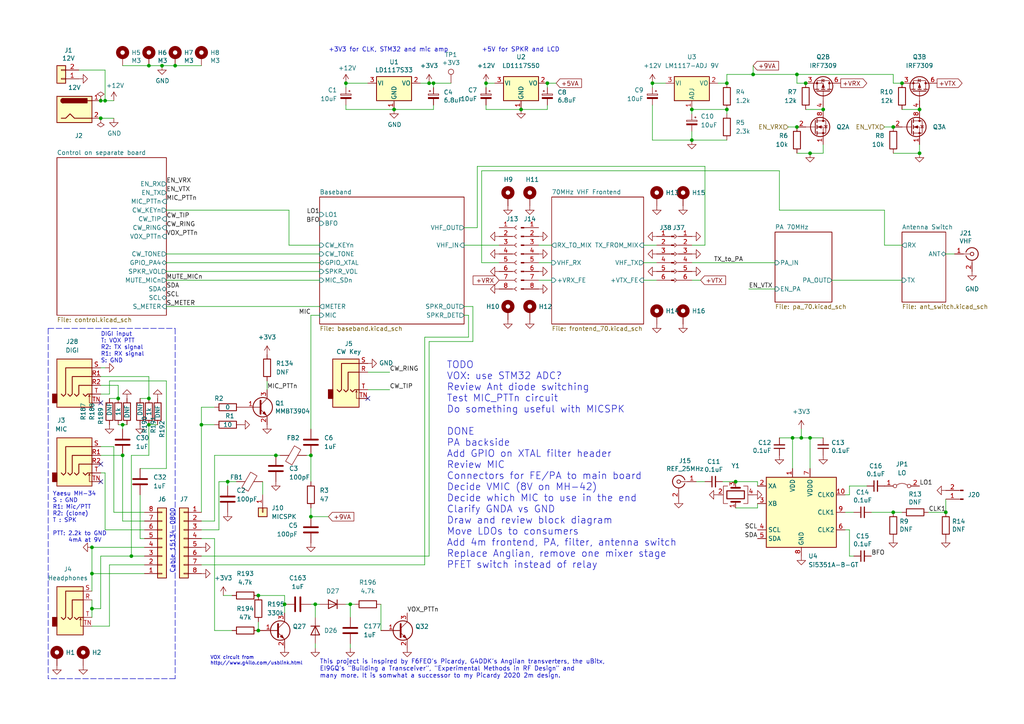
<source format=kicad_sch>
(kicad_sch (version 20211123) (generator eeschema)

  (uuid 7c83c304-769a-4be4-890e-297aba22b5b9)

  (paper "A4")

  (title_block
    (title "DART-70 TRX")
    (date "2023-02-18")
    (rev "0")
    (company "HB9EGM")
    (comment 1 "A 4m Band SSB/CW Transceiver")
  )

  

  (junction (at 232.41 127) (diameter 0) (color 0 0 0 0)
    (uuid 03889bb0-530a-4f17-942f-47bdd8c2143b)
  )
  (junction (at 74.93 182.88) (diameter 0) (color 0 0 0 0)
    (uuid 05f1488f-b95d-4647-953a-d2ec7eee61e9)
  )
  (junction (at 29.21 29.21) (diameter 0) (color 0 0 0 0)
    (uuid 0a082e3d-5a37-45bf-9936-1925b33d6b4f)
  )
  (junction (at 233.68 24.13) (diameter 0) (color 0 0 0 0)
    (uuid 0d713598-e0d7-4b64-806d-d27b5ae84128)
  )
  (junction (at 101.6 175.26) (diameter 0) (color 0 0 0 0)
    (uuid 0efaee8b-abcf-47a1-94ab-452bdfc4d10d)
  )
  (junction (at 259.08 148.59) (diameter 0) (color 0 0 0 0)
    (uuid 11ea7b85-b26d-4a7d-aaed-956352284452)
  )
  (junction (at 46.99 19.05) (diameter 0) (color 0 0 0 0)
    (uuid 130d74aa-cfde-4c45-8bfe-183aacd4590f)
  )
  (junction (at 266.7 44.45) (diameter 0) (color 0 0 0 0)
    (uuid 1379c036-b3e0-455b-b639-0f5dd015d03b)
  )
  (junction (at 210.82 24.13) (diameter 0) (color 0 0 0 0)
    (uuid 13b9a948-b29a-4475-8f42-f20ed3ed1c6a)
  )
  (junction (at 125.73 24.13) (diameter 0) (color 0 0 0 0)
    (uuid 1c29ab88-8089-4a9f-b0ec-e0493fb70d1a)
  )
  (junction (at 38.1 161.29) (diameter 0) (color 0 0 0 0)
    (uuid 2002fb77-6ce7-45e9-a078-9e559a07f8f6)
  )
  (junction (at 30.48 29.21) (diameter 0) (color 0 0 0 0)
    (uuid 248900dc-9b0b-4fb0-8b44-20e56324d88d)
  )
  (junction (at 29.21 34.29) (diameter 0) (color 0 0 0 0)
    (uuid 2bb5e7ab-7e6e-4e4b-8997-824caea277e9)
  )
  (junction (at 231.14 36.83) (diameter 0) (color 0 0 0 0)
    (uuid 2c691037-8de1-4537-a0ef-41ed59613839)
  )
  (junction (at 200.66 31.75) (diameter 0) (color 0 0 0 0)
    (uuid 398ec90b-61af-4d36-9539-63397d126e21)
  )
  (junction (at 210.82 31.75) (diameter 0) (color 0 0 0 0)
    (uuid 4242ccf2-3c4d-4a22-8247-2311c54121ff)
  )
  (junction (at 231.14 21.59) (diameter 0) (color 0 0 0 0)
    (uuid 4750ee37-26c3-426a-a03a-0a50ee4de791)
  )
  (junction (at 43.18 19.05) (diameter 0) (color 0 0 0 0)
    (uuid 48d3528f-d200-4dbf-87c6-2835721afb0e)
  )
  (junction (at 26.67 158.75) (diameter 0) (color 0 0 0 0)
    (uuid 4909e963-8ed8-4cc7-a752-cf9a746ceb8a)
  )
  (junction (at 58.42 123.19) (diameter 0) (color 0 0 0 0)
    (uuid 491c2725-7e3e-4c3b-bdfe-c4363d68c7c6)
  )
  (junction (at 100.33 24.13) (diameter 0) (color 0 0 0 0)
    (uuid 547281cc-eb15-43de-9560-1b10e39a19ed)
  )
  (junction (at 91.44 175.26) (diameter 0) (color 0 0 0 0)
    (uuid 54fc4616-1350-49bf-925e-695b28bb395e)
  )
  (junction (at 238.76 31.75) (diameter 0) (color 0 0 0 0)
    (uuid 5591956a-807b-4208-83a4-6327422e118a)
  )
  (junction (at 26.67 176.53) (diameter 0) (color 0 0 0 0)
    (uuid 6b9394bd-5e58-42ea-a9a4-f58e854aea5c)
  )
  (junction (at 234.95 127) (diameter 0) (color 0 0 0 0)
    (uuid 7e67c67f-3a1d-491c-a9ea-d2c0b71576e9)
  )
  (junction (at 259.08 36.83) (diameter 0) (color 0 0 0 0)
    (uuid 906f16af-3f1b-4545-bda0-18ebce89ce96)
  )
  (junction (at 140.97 24.13) (diameter 0) (color 0 0 0 0)
    (uuid 91bb5e66-90e9-4aff-b233-5b8d53e4ad1c)
  )
  (junction (at 124.46 24.13) (diameter 0) (color 0 0 0 0)
    (uuid 94eb2c38-e244-489c-ba32-44729ff54deb)
  )
  (junction (at 35.56 123.19) (diameter 0) (color 0 0 0 0)
    (uuid 9d55ccbc-4aa6-43b2-aa9c-42e27befe7f1)
  )
  (junction (at 26.67 166.37) (diameter 0) (color 0 0 0 0)
    (uuid 9fb2ca3c-8612-4c01-a40b-6e7e5895a1a0)
  )
  (junction (at 189.23 24.13) (diameter 0) (color 0 0 0 0)
    (uuid a01cdcc4-8ed1-4b36-8702-1b68481a60d9)
  )
  (junction (at 200.66 40.64) (diameter 0) (color 0 0 0 0)
    (uuid a13e5fb2-5800-4421-9e39-63277f01a71d)
  )
  (junction (at 274.32 148.59) (diameter 0) (color 0 0 0 0)
    (uuid a9fed849-c0d2-45ff-802c-7da3e4c52c0a)
  )
  (junction (at 114.3 31.75) (diameter 0) (color 0 0 0 0)
    (uuid b0c265f7-c716-45d5-8397-630db4d2cf65)
  )
  (junction (at 218.44 21.59) (diameter 0) (color 0 0 0 0)
    (uuid b48c282b-d280-4718-bf3a-caf683cb767c)
  )
  (junction (at 82.55 175.26) (diameter 0) (color 0 0 0 0)
    (uuid c004f84b-d700-424b-b84c-a145b0082928)
  )
  (junction (at 35.56 132.08) (diameter 0) (color 0 0 0 0)
    (uuid c1ab7d65-d6a4-4014-80e6-4813d19456de)
  )
  (junction (at 74.93 172.72) (diameter 0) (color 0 0 0 0)
    (uuid c53356f3-b76d-4e9b-819d-f464046dcdf2)
  )
  (junction (at 34.29 115.57) (diameter 0) (color 0 0 0 0)
    (uuid cfd0ce93-955b-4a4c-b9df-adb69c4364b8)
  )
  (junction (at 234.95 44.45) (diameter 0) (color 0 0 0 0)
    (uuid d26d0a63-c69d-4774-9fba-12ed686b99f6)
  )
  (junction (at 50.8 19.05) (diameter 0) (color 0 0 0 0)
    (uuid d4b4dbc7-e763-47b2-a6cb-b5c021db8bcc)
  )
  (junction (at 66.04 139.7) (diameter 0) (color 0 0 0 0)
    (uuid d4c3f5bf-47cb-4030-92b0-bec21d62f389)
  )
  (junction (at 261.62 24.13) (diameter 0) (color 0 0 0 0)
    (uuid d531b677-92b2-4589-8265-ffb9f0a9f471)
  )
  (junction (at 80.01 132.08) (diameter 0) (color 0 0 0 0)
    (uuid d7ecc3d2-2b6e-4e36-92b9-1b58fb257359)
  )
  (junction (at 90.17 132.08) (diameter 0) (color 0 0 0 0)
    (uuid d9abc64c-b691-4ece-b128-4f1d7b31754f)
  )
  (junction (at 43.18 115.57) (diameter 0) (color 0 0 0 0)
    (uuid e9342213-9707-4d1c-a69f-a3da6fb99c7a)
  )
  (junction (at 158.75 24.13) (diameter 0) (color 0 0 0 0)
    (uuid eb69835d-9be6-45e6-b58c-d2902ddb8fb1)
  )
  (junction (at 266.7 31.75) (diameter 0) (color 0 0 0 0)
    (uuid eeabe6f1-2db7-4eed-bd0c-6e41b390284d)
  )
  (junction (at 90.17 149.86) (diameter 0) (color 0 0 0 0)
    (uuid ef105c45-a454-45c2-badb-d87d915177ef)
  )
  (junction (at 229.87 127) (diameter 0) (color 0 0 0 0)
    (uuid f747ec33-420b-45bc-9778-b4604b083211)
  )
  (junction (at 151.13 31.75) (diameter 0) (color 0 0 0 0)
    (uuid f74be2ca-c140-4c85-937a-a008e4f4ddb7)
  )
  (junction (at 213.36 139.7) (diameter 0) (color 0 0 0 0)
    (uuid f8c9e2c3-818f-482b-ad48-f9fb56a455b0)
  )
  (junction (at 43.18 123.19) (diameter 0) (color 0 0 0 0)
    (uuid fd55beb5-af4c-45f5-9d86-830ec1cfc7da)
  )

  (no_connect (at 29.21 116.84) (uuid 2ccef648-ad61-491f-991d-149354748107))
  (no_connect (at 29.21 139.7) (uuid 891b06d0-7775-40c2-8d16-5452402b91d5))
  (no_connect (at 106.68 115.57) (uuid 9e56fb84-5b0b-47eb-9ee7-e24e7c08829b))
  (no_connect (at 29.21 134.62) (uuid b2135387-8c57-44ac-8ab3-29b54b43f871))

  (wire (pts (xy 29.21 34.29) (xy 33.02 34.29))
    (stroke (width 0) (type default) (color 0 0 0 0))
    (uuid 002154dd-fd21-426e-8f51-d82382197384)
  )
  (wire (pts (xy 256.54 60.96) (xy 256.54 71.12))
    (stroke (width 0) (type default) (color 0 0 0 0))
    (uuid 0051a5cc-b7c8-41b6-8151-8600227de8e2)
  )
  (wire (pts (xy 90.17 132.08) (xy 90.17 139.7))
    (stroke (width 0) (type default) (color 0 0 0 0))
    (uuid 008a59ee-36fb-4f36-a8b0-5cc99b1e8598)
  )
  (wire (pts (xy 256.54 71.12) (xy 261.62 71.12))
    (stroke (width 0) (type default) (color 0 0 0 0))
    (uuid 0116339a-5f0d-4745-a575-44652fb7d9b0)
  )
  (wire (pts (xy 29.21 111.76) (xy 34.29 111.76))
    (stroke (width 0) (type default) (color 0 0 0 0))
    (uuid 012e2806-a99e-44f3-bc66-c467def38bd2)
  )
  (wire (pts (xy 110.49 175.26) (xy 110.49 182.88))
    (stroke (width 0) (type default) (color 0 0 0 0))
    (uuid 025ac572-24f4-4397-b69b-bade669b4c40)
  )
  (wire (pts (xy 83.82 71.12) (xy 83.82 60.96))
    (stroke (width 0) (type default) (color 0 0 0 0))
    (uuid 04508b78-b957-4886-b3fa-3d951fb6452d)
  )
  (wire (pts (xy 246.38 143.51) (xy 245.11 143.51))
    (stroke (width 0) (type default) (color 0 0 0 0))
    (uuid 05f6334e-7131-4999-b788-1681af60d6df)
  )
  (wire (pts (xy 218.44 21.59) (xy 210.82 21.59))
    (stroke (width 0) (type default) (color 0 0 0 0))
    (uuid 09d1af20-c357-48ec-a10f-915c880f15b6)
  )
  (wire (pts (xy 158.75 24.13) (xy 158.75 25.4))
    (stroke (width 0) (type default) (color 0 0 0 0))
    (uuid 09fbb099-19ff-4c9e-b717-ff9eedac992b)
  )
  (wire (pts (xy 140.97 30.48) (xy 140.97 31.75))
    (stroke (width 0) (type default) (color 0 0 0 0))
    (uuid 0a3a19af-7bfa-4df3-9b73-b98420c4a518)
  )
  (wire (pts (xy 43.18 19.05) (xy 46.99 19.05))
    (stroke (width 0) (type default) (color 0 0 0 0))
    (uuid 0aad0e8d-0747-412b-85ac-039bbac4ff5e)
  )
  (wire (pts (xy 266.7 41.91) (xy 266.7 44.45))
    (stroke (width 0) (type default) (color 0 0 0 0))
    (uuid 0b3a2a48-0270-494e-962a-3658a00a0875)
  )
  (wire (pts (xy 226.06 60.96) (xy 256.54 60.96))
    (stroke (width 0) (type default) (color 0 0 0 0))
    (uuid 0bdff19d-fbde-4835-a259-d36d2ec0e6fd)
  )
  (wire (pts (xy 232.41 127) (xy 234.95 127))
    (stroke (width 0) (type default) (color 0 0 0 0))
    (uuid 0dd7a947-881a-4477-b1f8-b88536ca8809)
  )
  (wire (pts (xy 100.33 24.13) (xy 100.33 25.4))
    (stroke (width 0) (type default) (color 0 0 0 0))
    (uuid 11b5652b-07d3-428f-98d5-c354cf3693b1)
  )
  (wire (pts (xy 140.97 31.75) (xy 151.13 31.75))
    (stroke (width 0) (type default) (color 0 0 0 0))
    (uuid 160e3a4c-588b-4e79-ac75-f98bf80b7e0b)
  )
  (wire (pts (xy 210.82 31.75) (xy 210.82 33.02))
    (stroke (width 0) (type default) (color 0 0 0 0))
    (uuid 17fc291b-23f9-4de7-9168-978b13dcd03c)
  )
  (wire (pts (xy 63.5 153.67) (xy 63.5 139.7))
    (stroke (width 0) (type default) (color 0 0 0 0))
    (uuid 1869a25a-7405-4101-9da6-55f7c1e87e39)
  )
  (wire (pts (xy 26.67 166.37) (xy 41.91 166.37))
    (stroke (width 0) (type default) (color 0 0 0 0))
    (uuid 1bcf4a11-4c4f-42b8-9e84-ad79d97ffe8f)
  )
  (wire (pts (xy 74.93 172.72) (xy 82.55 172.72))
    (stroke (width 0) (type default) (color 0 0 0 0))
    (uuid 1d4132f7-1f35-449b-a4a4-451bd4dc48ab)
  )
  (wire (pts (xy 35.56 123.19) (xy 36.83 123.19))
    (stroke (width 0) (type default) (color 0 0 0 0))
    (uuid 1f7003d3-e395-4fae-a4ec-81e60f5ef90f)
  )
  (wire (pts (xy 41.91 148.59) (xy 33.02 148.59))
    (stroke (width 0) (type default) (color 0 0 0 0))
    (uuid 216cd782-5819-4b5e-931f-7587d15e2161)
  )
  (wire (pts (xy 82.55 177.8) (xy 82.55 175.26))
    (stroke (width 0) (type default) (color 0 0 0 0))
    (uuid 219438ca-bd57-4fea-aeb4-810d77461a18)
  )
  (wire (pts (xy 193.04 24.13) (xy 189.23 24.13))
    (stroke (width 0) (type default) (color 0 0 0 0))
    (uuid 2199bdfc-0462-4363-af5e-16d8e19d600a)
  )
  (wire (pts (xy 123.19 97.79) (xy 123.19 163.83))
    (stroke (width 0) (type default) (color 0 0 0 0))
    (uuid 227082fc-081f-46f9-b11d-3c272a90673e)
  )
  (polyline (pts (xy 13.97 95.25) (xy 50.8 95.25))
    (stroke (width 0) (type default) (color 0 0 0 0))
    (uuid 246d8c70-0329-4f4d-9351-49df120458af)
  )

  (wire (pts (xy 100.33 24.13) (xy 106.68 24.13))
    (stroke (width 0) (type default) (color 0 0 0 0))
    (uuid 28eca374-9b5c-4480-a1a6-52ddcbb57db2)
  )
  (wire (pts (xy 40.64 115.57) (xy 43.18 115.57))
    (stroke (width 0) (type default) (color 0 0 0 0))
    (uuid 2a3464a0-2ccd-434c-8817-4d7a2f14c67a)
  )
  (wire (pts (xy 245.11 148.59) (xy 247.65 148.59))
    (stroke (width 0) (type default) (color 0 0 0 0))
    (uuid 2a86319a-5a94-4745-ad80-6b5c02f72e82)
  )
  (wire (pts (xy 158.75 24.13) (xy 161.29 24.13))
    (stroke (width 0) (type default) (color 0 0 0 0))
    (uuid 2ea38bc3-7d3b-428e-a271-404ee98e752b)
  )
  (wire (pts (xy 135.89 91.44) (xy 135.89 97.79))
    (stroke (width 0) (type default) (color 0 0 0 0))
    (uuid 2f9b686c-0a8f-432b-9e90-c788e62691c6)
  )
  (wire (pts (xy 200.66 40.64) (xy 210.82 40.64))
    (stroke (width 0) (type default) (color 0 0 0 0))
    (uuid 33f01d9a-6abc-40a9-9b6b-d34bddbf731f)
  )
  (wire (pts (xy 256.54 36.83) (xy 259.08 36.83))
    (stroke (width 0) (type default) (color 0 0 0 0))
    (uuid 345987da-5aa5-4c5e-90e1-ddf0086ed5fb)
  )
  (wire (pts (xy 58.42 161.29) (xy 124.46 161.29))
    (stroke (width 0) (type default) (color 0 0 0 0))
    (uuid 361f9eaf-2e29-4825-b35a-439064c6d2db)
  )
  (wire (pts (xy 91.44 175.26) (xy 92.71 175.26))
    (stroke (width 0) (type default) (color 0 0 0 0))
    (uuid 36854e14-46fb-4279-bf79-0322ad1da42a)
  )
  (wire (pts (xy 139.7 76.2) (xy 144.78 76.2))
    (stroke (width 0) (type default) (color 0 0 0 0))
    (uuid 3a4811bf-b539-4978-b0d8-fe47f179161b)
  )
  (wire (pts (xy 67.31 172.72) (xy 64.77 172.72))
    (stroke (width 0) (type default) (color 0 0 0 0))
    (uuid 3cddbb36-7343-44a2-9871-f6b2e73f7d17)
  )
  (wire (pts (xy 134.62 66.04) (xy 138.43 66.04))
    (stroke (width 0) (type default) (color 0 0 0 0))
    (uuid 3ee41aac-558c-43a3-a816-e31001ae8352)
  )
  (wire (pts (xy 48.26 76.2) (xy 92.71 76.2))
    (stroke (width 0) (type default) (color 0 0 0 0))
    (uuid 3eeccf02-360d-4377-89f3-2458946d5853)
  )
  (wire (pts (xy 62.23 156.21) (xy 62.23 182.88))
    (stroke (width 0) (type default) (color 0 0 0 0))
    (uuid 401f2d1f-acc6-4e14-9963-49ecb3bd4627)
  )
  (wire (pts (xy 41.91 158.75) (xy 26.67 158.75))
    (stroke (width 0) (type default) (color 0 0 0 0))
    (uuid 4112aabb-0408-4a3a-9841-f57862637df1)
  )
  (wire (pts (xy 158.75 31.75) (xy 151.13 31.75))
    (stroke (width 0) (type default) (color 0 0 0 0))
    (uuid 443127ca-ab31-4ac0-90cc-723625487807)
  )
  (wire (pts (xy 208.28 24.13) (xy 210.82 24.13))
    (stroke (width 0) (type default) (color 0 0 0 0))
    (uuid 4435e8ff-b63e-4b32-81db-49caa0dd6c5f)
  )
  (wire (pts (xy 77.47 110.49) (xy 77.47 113.03))
    (stroke (width 0) (type default) (color 0 0 0 0))
    (uuid 486b2213-97da-44d5-9d90-f7e87963efde)
  )
  (wire (pts (xy 48.26 110.49) (xy 48.26 135.89))
    (stroke (width 0) (type default) (color 0 0 0 0))
    (uuid 48ad150c-3074-4e76-bbd8-ec98c624b5bc)
  )
  (polyline (pts (xy 50.8 95.25) (xy 50.8 196.85))
    (stroke (width 0) (type default) (color 0 0 0 0))
    (uuid 4b105a5f-5ed5-49ae-8bb9-f1d8c5566b50)
  )

  (wire (pts (xy 135.89 97.79) (xy 123.19 97.79))
    (stroke (width 0) (type default) (color 0 0 0 0))
    (uuid 4c2ca5f1-ff49-468e-a870-b80100e1827e)
  )
  (wire (pts (xy 210.82 21.59) (xy 210.82 24.13))
    (stroke (width 0) (type default) (color 0 0 0 0))
    (uuid 4c57c394-f97c-4a0b-80d4-0b5157781c3b)
  )
  (wire (pts (xy 261.62 31.75) (xy 266.7 31.75))
    (stroke (width 0) (type default) (color 0 0 0 0))
    (uuid 4d5acc98-17ff-4e60-af52-349a1269dddf)
  )
  (wire (pts (xy 139.7 49.53) (xy 139.7 76.2))
    (stroke (width 0) (type default) (color 0 0 0 0))
    (uuid 4ecfe5c5-d7fc-4d05-be28-1ed42c507ec3)
  )
  (wire (pts (xy 229.87 127) (xy 232.41 127))
    (stroke (width 0) (type default) (color 0 0 0 0))
    (uuid 5130484e-13a2-434f-935d-3be30d7a93c9)
  )
  (wire (pts (xy 156.21 81.28) (xy 160.02 81.28))
    (stroke (width 0) (type default) (color 0 0 0 0))
    (uuid 52d9d6dd-4266-418b-bf9a-446977053e6f)
  )
  (wire (pts (xy 29.21 161.29) (xy 29.21 176.53))
    (stroke (width 0) (type default) (color 0 0 0 0))
    (uuid 53bb37bd-6ad6-430f-b5e5-21e40448d528)
  )
  (wire (pts (xy 29.21 176.53) (xy 26.67 176.53))
    (stroke (width 0) (type default) (color 0 0 0 0))
    (uuid 568b5dd5-7629-4c3d-9388-eaa54c2762b1)
  )
  (wire (pts (xy 35.56 19.05) (xy 43.18 19.05))
    (stroke (width 0) (type default) (color 0 0 0 0))
    (uuid 579d81c4-8fa6-40d5-b99a-d160787b45b9)
  )
  (wire (pts (xy 58.42 153.67) (xy 63.5 153.67))
    (stroke (width 0) (type default) (color 0 0 0 0))
    (uuid 58e4fb93-6235-473b-af92-bf79be065bda)
  )
  (wire (pts (xy 204.47 48.26) (xy 204.47 71.12))
    (stroke (width 0) (type default) (color 0 0 0 0))
    (uuid 5a05460d-15bc-4058-86e6-a6bff5598db7)
  )
  (wire (pts (xy 218.44 19.05) (xy 218.44 21.59))
    (stroke (width 0) (type default) (color 0 0 0 0))
    (uuid 5afca071-0542-406b-83f5-f8ed30e05c4c)
  )
  (wire (pts (xy 138.43 48.26) (xy 204.47 48.26))
    (stroke (width 0) (type default) (color 0 0 0 0))
    (uuid 5c0ae8f2-fb0b-4cbf-bd78-f6131c18140d)
  )
  (wire (pts (xy 134.62 91.44) (xy 135.89 91.44))
    (stroke (width 0) (type default) (color 0 0 0 0))
    (uuid 5c0d735a-ca1c-4202-8faf-02e515d1181f)
  )
  (wire (pts (xy 259.08 21.59) (xy 231.14 21.59))
    (stroke (width 0) (type default) (color 0 0 0 0))
    (uuid 5ea05504-bb96-4847-90cf-26cb1afd4244)
  )
  (wire (pts (xy 91.44 175.26) (xy 91.44 179.07))
    (stroke (width 0) (type default) (color 0 0 0 0))
    (uuid 5ed02c6b-f3b8-4641-86b2-3c4cac92a5b4)
  )
  (wire (pts (xy 101.6 186.69) (xy 101.6 187.96))
    (stroke (width 0) (type default) (color 0 0 0 0))
    (uuid 5ed5b405-912e-49a2-adbb-ff35d95f4100)
  )
  (wire (pts (xy 76.2 139.7) (xy 76.2 143.51))
    (stroke (width 0) (type default) (color 0 0 0 0))
    (uuid 601c5479-68c8-4d7c-bbde-860bd11a7597)
  )
  (wire (pts (xy 38.1 161.29) (xy 29.21 161.29))
    (stroke (width 0) (type default) (color 0 0 0 0))
    (uuid 6062b414-90cb-4cef-839a-25d90087f1b4)
  )
  (wire (pts (xy 38.1 132.08) (xy 43.18 132.08))
    (stroke (width 0) (type default) (color 0 0 0 0))
    (uuid 60d27bb0-faad-48a9-89c1-b059b592a640)
  )
  (wire (pts (xy 35.56 151.13) (xy 41.91 151.13))
    (stroke (width 0) (type default) (color 0 0 0 0))
    (uuid 6123b0cd-d677-4963-a353-8d6b35692422)
  )
  (polyline (pts (xy 50.8 196.85) (xy 13.97 196.85))
    (stroke (width 0) (type default) (color 0 0 0 0))
    (uuid 6188cf07-9c8d-498a-9db9-9718888dfe39)
  )

  (wire (pts (xy 124.46 24.13) (xy 125.73 24.13))
    (stroke (width 0) (type default) (color 0 0 0 0))
    (uuid 63da3512-bd51-489d-833d-20bce6d76019)
  )
  (wire (pts (xy 251.46 140.97) (xy 246.38 140.97))
    (stroke (width 0) (type default) (color 0 0 0 0))
    (uuid 64e90390-0f4c-4cc1-bafa-363ce23516e9)
  )
  (wire (pts (xy 246.38 161.29) (xy 246.38 153.67))
    (stroke (width 0) (type default) (color 0 0 0 0))
    (uuid 65dd0601-a23d-4c5d-b924-966fc498cbfc)
  )
  (wire (pts (xy 137.16 99.06) (xy 124.46 99.06))
    (stroke (width 0) (type default) (color 0 0 0 0))
    (uuid 67fd3f09-ff5e-4560-b9cb-23649083a340)
  )
  (wire (pts (xy 238.76 44.45) (xy 234.95 44.45))
    (stroke (width 0) (type default) (color 0 0 0 0))
    (uuid 67fd7240-7a2e-4504-8c70-47b3112c634e)
  )
  (wire (pts (xy 26.67 166.37) (xy 26.67 171.45))
    (stroke (width 0) (type default) (color 0 0 0 0))
    (uuid 696f862b-a951-463f-ad29-011c067090d6)
  )
  (wire (pts (xy 246.38 153.67) (xy 245.11 153.67))
    (stroke (width 0) (type default) (color 0 0 0 0))
    (uuid 699bee8c-8bc3-4aa6-b4ed-0aa4d255078a)
  )
  (wire (pts (xy 29.21 114.3) (xy 31.75 114.3))
    (stroke (width 0) (type default) (color 0 0 0 0))
    (uuid 6a5afd47-09df-4a89-803d-e13998688277)
  )
  (wire (pts (xy 38.1 161.29) (xy 38.1 132.08))
    (stroke (width 0) (type default) (color 0 0 0 0))
    (uuid 6ac2f4eb-9300-4682-9dca-8ec36d45a0ab)
  )
  (wire (pts (xy 234.95 127) (xy 234.95 135.89))
    (stroke (width 0) (type default) (color 0 0 0 0))
    (uuid 6b09c60c-c53b-47dd-b8b8-94f682cd2086)
  )
  (wire (pts (xy 58.42 151.13) (xy 62.23 151.13))
    (stroke (width 0) (type default) (color 0 0 0 0))
    (uuid 6cc72bfd-2651-4e90-af42-5d6cec3950c1)
  )
  (wire (pts (xy 26.67 173.99) (xy 26.67 176.53))
    (stroke (width 0) (type default) (color 0 0 0 0))
    (uuid 7019dafb-64b4-4e22-837e-9f37341a0157)
  )
  (wire (pts (xy 48.26 78.74) (xy 92.71 78.74))
    (stroke (width 0) (type default) (color 0 0 0 0))
    (uuid 73062404-be1b-4744-bd1e-9e3d624b8fb3)
  )
  (wire (pts (xy 66.04 139.7) (xy 68.58 139.7))
    (stroke (width 0) (type default) (color 0 0 0 0))
    (uuid 735e33ba-0601-4acb-983d-1656020ec14e)
  )
  (wire (pts (xy 259.08 24.13) (xy 261.62 24.13))
    (stroke (width 0) (type default) (color 0 0 0 0))
    (uuid 73697aae-1f79-401a-bdaa-9ebc2f2340de)
  )
  (wire (pts (xy 140.97 24.13) (xy 140.97 25.4))
    (stroke (width 0) (type default) (color 0 0 0 0))
    (uuid 7471700d-9a5d-406e-b9fc-bdeed49379fa)
  )
  (wire (pts (xy 30.48 29.21) (xy 33.02 29.21))
    (stroke (width 0) (type default) (color 0 0 0 0))
    (uuid 74760d5b-303c-4603-ac2e-6b5209546581)
  )
  (polyline (pts (xy 13.97 95.25) (xy 13.97 196.85))
    (stroke (width 0) (type default) (color 0 0 0 0))
    (uuid 74e37401-14d3-4e3c-84ed-7ddb4d75b44f)
  )

  (wire (pts (xy 29.21 129.54) (xy 33.02 129.54))
    (stroke (width 0) (type default) (color 0 0 0 0))
    (uuid 754f923b-5aa7-4d87-b589-d53346af6023)
  )
  (wire (pts (xy 62.23 182.88) (xy 67.31 182.88))
    (stroke (width 0) (type default) (color 0 0 0 0))
    (uuid 77cc857c-e045-46ac-921a-7b86818ca625)
  )
  (wire (pts (xy 156.21 76.2) (xy 160.02 76.2))
    (stroke (width 0) (type default) (color 0 0 0 0))
    (uuid 7887f659-7796-4d20-b8ec-45fe37db4d3b)
  )
  (wire (pts (xy 58.42 123.19) (xy 62.23 123.19))
    (stroke (width 0) (type default) (color 0 0 0 0))
    (uuid 7921deca-5f19-4011-854e-77ffc3283167)
  )
  (wire (pts (xy 22.86 20.32) (xy 30.48 20.32))
    (stroke (width 0) (type default) (color 0 0 0 0))
    (uuid 79aced1b-30d4-4883-86bf-8a38d664736a)
  )
  (wire (pts (xy 134.62 71.12) (xy 144.78 71.12))
    (stroke (width 0) (type default) (color 0 0 0 0))
    (uuid 7b959fed-4370-4448-9d17-fbc4f5703c60)
  )
  (wire (pts (xy 31.75 115.57) (xy 34.29 115.57))
    (stroke (width 0) (type default) (color 0 0 0 0))
    (uuid 7c8f4fb6-d76c-4fd6-89a0-af30aa8d7cb9)
  )
  (wire (pts (xy 252.73 148.59) (xy 259.08 148.59))
    (stroke (width 0) (type default) (color 0 0 0 0))
    (uuid 7d4200e5-e280-4699-af56-048ba84247d3)
  )
  (wire (pts (xy 81.28 132.08) (xy 80.01 132.08))
    (stroke (width 0) (type default) (color 0 0 0 0))
    (uuid 7fcd6903-4017-464e-a708-1e51b67dd39f)
  )
  (wire (pts (xy 26.67 158.75) (xy 26.67 166.37))
    (stroke (width 0) (type default) (color 0 0 0 0))
    (uuid 80203512-93fd-487a-a00c-1916502463c3)
  )
  (wire (pts (xy 137.16 88.9) (xy 137.16 99.06))
    (stroke (width 0) (type default) (color 0 0 0 0))
    (uuid 812f91c0-f736-4383-bfee-2790347c3abf)
  )
  (wire (pts (xy 90.17 149.86) (xy 95.25 149.86))
    (stroke (width 0) (type default) (color 0 0 0 0))
    (uuid 816e41e9-8ef8-4e70-a70f-02175bdc97c4)
  )
  (wire (pts (xy 234.95 44.45) (xy 231.14 44.45))
    (stroke (width 0) (type default) (color 0 0 0 0))
    (uuid 86c60f4b-4421-4865-beff-ed93adca8ac2)
  )
  (wire (pts (xy 186.69 76.2) (xy 190.5 76.2))
    (stroke (width 0) (type default) (color 0 0 0 0))
    (uuid 89f5cd17-8501-4243-bc98-0e8a1aab3a95)
  )
  (wire (pts (xy 43.18 109.22) (xy 29.21 109.22))
    (stroke (width 0) (type default) (color 0 0 0 0))
    (uuid 8c21da1a-7f0f-49f7-bf28-d155cb03be4b)
  )
  (wire (pts (xy 34.29 123.19) (xy 35.56 123.19))
    (stroke (width 0) (type default) (color 0 0 0 0))
    (uuid 8d12d79e-51f7-4ca7-b044-3e4e258b0ca7)
  )
  (wire (pts (xy 247.65 161.29) (xy 246.38 161.29))
    (stroke (width 0) (type default) (color 0 0 0 0))
    (uuid 8e0abe23-8e7e-48a9-af11-f26197bd8fbf)
  )
  (wire (pts (xy 74.93 180.34) (xy 74.93 182.88))
    (stroke (width 0) (type default) (color 0 0 0 0))
    (uuid 8f1ab95b-1867-4005-8242-092f60cbfea5)
  )
  (wire (pts (xy 189.23 30.48) (xy 189.23 40.64))
    (stroke (width 0) (type default) (color 0 0 0 0))
    (uuid 8f5c2a3a-b2da-434e-8810-9da52a5e413a)
  )
  (wire (pts (xy 29.21 132.08) (xy 35.56 132.08))
    (stroke (width 0) (type default) (color 0 0 0 0))
    (uuid 8fe92221-afec-47ce-a89d-2a3cf937d9a2)
  )
  (wire (pts (xy 35.56 123.19) (xy 35.56 124.46))
    (stroke (width 0) (type default) (color 0 0 0 0))
    (uuid 900073c8-27f0-4864-bec9-14e524ac2d69)
  )
  (wire (pts (xy 134.62 88.9) (xy 137.16 88.9))
    (stroke (width 0) (type default) (color 0 0 0 0))
    (uuid 906c4fbb-4fdd-48c5-aa07-85c56299e46a)
  )
  (wire (pts (xy 90.17 147.32) (xy 90.17 149.86))
    (stroke (width 0) (type default) (color 0 0 0 0))
    (uuid 91c438b1-678d-4a85-be0e-771bfbc58931)
  )
  (wire (pts (xy 233.68 31.75) (xy 238.76 31.75))
    (stroke (width 0) (type default) (color 0 0 0 0))
    (uuid 92dfb53a-5556-47b1-8088-214aebbc803d)
  )
  (wire (pts (xy 92.71 91.44) (xy 90.17 91.44))
    (stroke (width 0) (type default) (color 0 0 0 0))
    (uuid 935427ba-97bd-4319-b38c-51b473619c8a)
  )
  (wire (pts (xy 34.29 111.76) (xy 34.29 115.57))
    (stroke (width 0) (type default) (color 0 0 0 0))
    (uuid 93dc0368-dae8-476c-8070-e86bda493011)
  )
  (wire (pts (xy 158.75 30.48) (xy 158.75 31.75))
    (stroke (width 0) (type default) (color 0 0 0 0))
    (uuid 96e30a9c-78b6-4d1a-bc72-6cbdc7743876)
  )
  (wire (pts (xy 90.17 91.44) (xy 90.17 124.46))
    (stroke (width 0) (type default) (color 0 0 0 0))
    (uuid 9792cf44-3261-4d9f-8ae0-31fdeec0dc70)
  )
  (wire (pts (xy 35.56 151.13) (xy 35.56 132.08))
    (stroke (width 0) (type default) (color 0 0 0 0))
    (uuid 98ea83ac-41c6-4b7d-be63-41372bbd6e24)
  )
  (wire (pts (xy 100.33 30.48) (xy 100.33 31.75))
    (stroke (width 0) (type default) (color 0 0 0 0))
    (uuid 99f8394d-1325-4f0e-9ed0-19dceab6e1f9)
  )
  (wire (pts (xy 62.23 132.08) (xy 80.01 132.08))
    (stroke (width 0) (type default) (color 0 0 0 0))
    (uuid 9c3d736f-f850-40b5-83bf-bf71ce2d8e7c)
  )
  (wire (pts (xy 124.46 99.06) (xy 124.46 161.29))
    (stroke (width 0) (type default) (color 0 0 0 0))
    (uuid 9c4c0112-7564-4034-996a-b0e56c2141a6)
  )
  (wire (pts (xy 186.69 71.12) (xy 190.5 71.12))
    (stroke (width 0) (type default) (color 0 0 0 0))
    (uuid 9d00ede8-7480-44d8-b21e-d16dd17b75ac)
  )
  (wire (pts (xy 238.76 127) (xy 234.95 127))
    (stroke (width 0) (type default) (color 0 0 0 0))
    (uuid 9d3a7a2b-8bae-4d82-8634-16a99f57e389)
  )
  (wire (pts (xy 33.02 129.54) (xy 33.02 148.59))
    (stroke (width 0) (type default) (color 0 0 0 0))
    (uuid 9d5b6cd8-17f0-45de-b87b-5c8a0bd4db14)
  )
  (wire (pts (xy 228.6 36.83) (xy 231.14 36.83))
    (stroke (width 0) (type default) (color 0 0 0 0))
    (uuid a057c374-c462-4764-bd16-2c00eef92afa)
  )
  (wire (pts (xy 48.26 81.28) (xy 92.71 81.28))
    (stroke (width 0) (type default) (color 0 0 0 0))
    (uuid a1864b64-1865-4240-b098-5056fb759def)
  )
  (wire (pts (xy 106.68 107.95) (xy 113.03 107.95))
    (stroke (width 0) (type default) (color 0 0 0 0))
    (uuid a1abde39-78d5-402d-bb1c-75243c61d29b)
  )
  (wire (pts (xy 232.41 124.46) (xy 232.41 127))
    (stroke (width 0) (type default) (color 0 0 0 0))
    (uuid a39008b0-0dd6-44dc-b176-ab03b6874ae7)
  )
  (wire (pts (xy 274.32 73.66) (xy 276.86 73.66))
    (stroke (width 0) (type default) (color 0 0 0 0))
    (uuid a43beeeb-0d60-44c9-bc6b-40c9e75459e8)
  )
  (wire (pts (xy 88.9 132.08) (xy 90.17 132.08))
    (stroke (width 0) (type default) (color 0 0 0 0))
    (uuid a5f4f26e-4b82-496f-b7bb-4ed4211f8100)
  )
  (wire (pts (xy 100.33 31.75) (xy 114.3 31.75))
    (stroke (width 0) (type default) (color 0 0 0 0))
    (uuid a69bb6f5-978b-49bb-9446-4ec9cfe4501e)
  )
  (wire (pts (xy 82.55 175.26) (xy 82.55 172.72))
    (stroke (width 0) (type default) (color 0 0 0 0))
    (uuid a6baa060-c82d-461a-96f5-4f21d73265a4)
  )
  (wire (pts (xy 259.08 21.59) (xy 259.08 24.13))
    (stroke (width 0) (type default) (color 0 0 0 0))
    (uuid a7349b87-3477-4ba5-bc62-3587f94ab817)
  )
  (wire (pts (xy 66.04 140.97) (xy 66.04 139.7))
    (stroke (width 0) (type default) (color 0 0 0 0))
    (uuid a8d341ec-3332-4d82-8a1f-e52e32f564f1)
  )
  (wire (pts (xy 63.5 139.7) (xy 66.04 139.7))
    (stroke (width 0) (type default) (color 0 0 0 0))
    (uuid a9276ad3-2500-44c6-895a-e842a0033021)
  )
  (wire (pts (xy 40.64 143.51) (xy 40.64 156.21))
    (stroke (width 0) (type default) (color 0 0 0 0))
    (uuid a97e4f3d-f371-47f1-8ee9-cbe61c23c759)
  )
  (wire (pts (xy 30.48 153.67) (xy 30.48 137.16))
    (stroke (width 0) (type default) (color 0 0 0 0))
    (uuid a99a526a-0727-4d5d-b793-47c299fd72ba)
  )
  (wire (pts (xy 138.43 66.04) (xy 138.43 48.26))
    (stroke (width 0) (type default) (color 0 0 0 0))
    (uuid ad195d4d-ed76-4a26-ac30-01da417bd64b)
  )
  (wire (pts (xy 231.14 21.59) (xy 218.44 21.59))
    (stroke (width 0) (type default) (color 0 0 0 0))
    (uuid ad76707e-1f2e-4941-86a0-50951acd24bc)
  )
  (wire (pts (xy 91.44 186.69) (xy 91.44 187.96))
    (stroke (width 0) (type default) (color 0 0 0 0))
    (uuid add05f6f-edf6-4631-b6b3-35897f9e8c7b)
  )
  (wire (pts (xy 189.23 40.64) (xy 200.66 40.64))
    (stroke (width 0) (type default) (color 0 0 0 0))
    (uuid aed0a299-8aa6-4a50-b993-c38efe5fdd7a)
  )
  (wire (pts (xy 217.17 83.82) (xy 224.79 83.82))
    (stroke (width 0) (type default) (color 0 0 0 0))
    (uuid b056317e-32ca-4f2d-b310-fc1492cc5060)
  )
  (wire (pts (xy 90.17 175.26) (xy 91.44 175.26))
    (stroke (width 0) (type default) (color 0 0 0 0))
    (uuid b1a62f88-404d-483f-bb63-16c8188b4f3a)
  )
  (wire (pts (xy 189.23 24.13) (xy 189.23 25.4))
    (stroke (width 0) (type default) (color 0 0 0 0))
    (uuid b1ea2466-2371-4b96-9289-6c42e0f0b899)
  )
  (wire (pts (xy 62.23 151.13) (xy 62.23 132.08))
    (stroke (width 0) (type default) (color 0 0 0 0))
    (uuid b32653e4-7801-40ea-b61b-f0311c01d3b4)
  )
  (wire (pts (xy 266.7 44.45) (xy 259.08 44.45))
    (stroke (width 0) (type default) (color 0 0 0 0))
    (uuid b5cbe891-dcdf-4951-8f0a-b2c28e4293cd)
  )
  (wire (pts (xy 58.42 156.21) (xy 62.23 156.21))
    (stroke (width 0) (type default) (color 0 0 0 0))
    (uuid b66c197d-a987-4d64-bb63-7ddb1a72d7fd)
  )
  (wire (pts (xy 31.75 110.49) (xy 48.26 110.49))
    (stroke (width 0) (type default) (color 0 0 0 0))
    (uuid b81d0c78-d550-41d4-a1eb-117ebf171da9)
  )
  (wire (pts (xy 101.6 175.26) (xy 102.87 175.26))
    (stroke (width 0) (type default) (color 0 0 0 0))
    (uuid ba28163c-9ab2-44c5-b089-1433660941d6)
  )
  (wire (pts (xy 231.14 24.13) (xy 233.68 24.13))
    (stroke (width 0) (type default) (color 0 0 0 0))
    (uuid bb78f99c-6783-4afe-a661-68817d4180ab)
  )
  (wire (pts (xy 246.38 140.97) (xy 246.38 143.51))
    (stroke (width 0) (type default) (color 0 0 0 0))
    (uuid bcb20d96-4c0e-4c98-a263-0cdd41ab15e5)
  )
  (wire (pts (xy 31.75 114.3) (xy 31.75 110.49))
    (stroke (width 0) (type default) (color 0 0 0 0))
    (uuid bd0e4fad-23a4-44c5-8109-e923d950f5c3)
  )
  (wire (pts (xy 200.66 38.1) (xy 200.66 40.64))
    (stroke (width 0) (type default) (color 0 0 0 0))
    (uuid bda7a16e-b931-4d51-b769-ff5809beef5f)
  )
  (wire (pts (xy 48.26 60.96) (xy 83.82 60.96))
    (stroke (width 0) (type default) (color 0 0 0 0))
    (uuid bfce1213-d511-4811-bc9d-beb994b8b9fe)
  )
  (wire (pts (xy 31.75 163.83) (xy 31.75 181.61))
    (stroke (width 0) (type default) (color 0 0 0 0))
    (uuid c0738ee3-5ef6-48be-9a20-f10b8cdc3a6d)
  )
  (wire (pts (xy 41.91 161.29) (xy 38.1 161.29))
    (stroke (width 0) (type default) (color 0 0 0 0))
    (uuid c12b5903-2f75-49c3-8332-69e02fb1aff7)
  )
  (wire (pts (xy 41.91 156.21) (xy 40.64 156.21))
    (stroke (width 0) (type default) (color 0 0 0 0))
    (uuid c13eaffb-5c39-4e48-8c42-cc2bcee712b4)
  )
  (wire (pts (xy 229.87 127) (xy 229.87 135.89))
    (stroke (width 0) (type default) (color 0 0 0 0))
    (uuid c24d03f2-5bff-4d74-88e5-481cd2f1e035)
  )
  (wire (pts (xy 274.32 148.59) (xy 274.32 144.78))
    (stroke (width 0) (type default) (color 0 0 0 0))
    (uuid c48e879f-0b64-4f86-a8cf-003dbff29c4e)
  )
  (wire (pts (xy 226.06 49.53) (xy 226.06 60.96))
    (stroke (width 0) (type default) (color 0 0 0 0))
    (uuid c4edda47-532d-4e95-9fc8-38bd0ed58dfb)
  )
  (wire (pts (xy 186.69 81.28) (xy 190.5 81.28))
    (stroke (width 0) (type default) (color 0 0 0 0))
    (uuid c64a6907-65ea-4d9f-8271-b12257b06b60)
  )
  (wire (pts (xy 261.62 148.59) (xy 259.08 148.59))
    (stroke (width 0) (type default) (color 0 0 0 0))
    (uuid cbbfb5e5-7e85-4367-b6a7-9b21fc6d9e17)
  )
  (wire (pts (xy 139.7 49.53) (xy 226.06 49.53))
    (stroke (width 0) (type default) (color 0 0 0 0))
    (uuid cbd19eae-411c-4ba9-9265-3a6ab1b93364)
  )
  (wire (pts (xy 213.36 147.32) (xy 219.71 147.32))
    (stroke (width 0) (type default) (color 0 0 0 0))
    (uuid cc89f37d-2221-4ee8-a763-21432c733f93)
  )
  (wire (pts (xy 121.92 24.13) (xy 124.46 24.13))
    (stroke (width 0) (type default) (color 0 0 0 0))
    (uuid cdc3b2bb-9f60-476c-ac94-bf550b6e7b5e)
  )
  (wire (pts (xy 238.76 41.91) (xy 238.76 44.45))
    (stroke (width 0) (type default) (color 0 0 0 0))
    (uuid cdf8245b-2e03-441d-8536-8e14a3d0d2ff)
  )
  (wire (pts (xy 226.06 127) (xy 229.87 127))
    (stroke (width 0) (type default) (color 0 0 0 0))
    (uuid ceb52c7a-a12c-449a-be98-109b3a3bd409)
  )
  (wire (pts (xy 41.91 163.83) (xy 31.75 163.83))
    (stroke (width 0) (type default) (color 0 0 0 0))
    (uuid d1791382-8e9e-408d-8461-11f5ded4ad48)
  )
  (wire (pts (xy 29.21 29.21) (xy 30.48 29.21))
    (stroke (width 0) (type default) (color 0 0 0 0))
    (uuid d18620ef-44b4-47e8-b939-bb0398e91c85)
  )
  (wire (pts (xy 62.23 118.11) (xy 58.42 118.11))
    (stroke (width 0) (type default) (color 0 0 0 0))
    (uuid d1ce4cd2-0109-47a9-93f8-38c475604c2d)
  )
  (wire (pts (xy 203.2 81.28) (xy 200.66 81.28))
    (stroke (width 0) (type default) (color 0 0 0 0))
    (uuid d3a84e57-57ed-4e86-bbef-110f27537e2d)
  )
  (wire (pts (xy 101.6 175.26) (xy 100.33 175.26))
    (stroke (width 0) (type default) (color 0 0 0 0))
    (uuid d45f846b-c301-44d2-87d8-543fb71fc96f)
  )
  (wire (pts (xy 219.71 139.7) (xy 219.71 140.97))
    (stroke (width 0) (type default) (color 0 0 0 0))
    (uuid d51dda35-7a1a-4d41-817a-7bb1f7f6ffd4)
  )
  (wire (pts (xy 125.73 24.13) (xy 130.81 24.13))
    (stroke (width 0) (type default) (color 0 0 0 0))
    (uuid d525e71e-c2ed-4851-a87b-7438f67fb580)
  )
  (wire (pts (xy 46.99 19.05) (xy 50.8 19.05))
    (stroke (width 0) (type default) (color 0 0 0 0))
    (uuid d5d26400-826e-40a5-a7b1-6a9ebbaedfb4)
  )
  (wire (pts (xy 204.47 71.12) (xy 200.66 71.12))
    (stroke (width 0) (type default) (color 0 0 0 0))
    (uuid d6359d4b-1c12-4663-b116-45be3135a185)
  )
  (wire (pts (xy 43.18 109.22) (xy 43.18 115.57))
    (stroke (width 0) (type default) (color 0 0 0 0))
    (uuid d69edc37-e033-4412-95fb-f9006872dc8c)
  )
  (wire (pts (xy 241.3 81.28) (xy 261.62 81.28))
    (stroke (width 0) (type default) (color 0 0 0 0))
    (uuid dd34928a-03c5-4a5d-a033-92155af70ac7)
  )
  (wire (pts (xy 140.97 24.13) (xy 143.51 24.13))
    (stroke (width 0) (type default) (color 0 0 0 0))
    (uuid dd927172-6a9a-406f-a951-4e7f78cebb7b)
  )
  (wire (pts (xy 101.6 179.07) (xy 101.6 175.26))
    (stroke (width 0) (type default) (color 0 0 0 0))
    (uuid df100a56-7392-493d-8b6e-86fc6143d01d)
  )
  (wire (pts (xy 50.8 19.05) (xy 58.42 19.05))
    (stroke (width 0) (type default) (color 0 0 0 0))
    (uuid dfd58d9e-0c03-4a20-9983-0d32c26093d8)
  )
  (wire (pts (xy 29.21 137.16) (xy 30.48 137.16))
    (stroke (width 0) (type default) (color 0 0 0 0))
    (uuid e0b9a722-e170-4302-a4fd-5e8753db7507)
  )
  (wire (pts (xy 26.67 176.53) (xy 26.67 179.07))
    (stroke (width 0) (type default) (color 0 0 0 0))
    (uuid e13bdf92-8a8e-480a-979d-89eb54f62599)
  )
  (wire (pts (xy 30.48 153.67) (xy 41.91 153.67))
    (stroke (width 0) (type default) (color 0 0 0 0))
    (uuid e14c95a1-54f8-45dd-a1c7-754772fa0aa1)
  )
  (wire (pts (xy 200.66 76.2) (xy 224.79 76.2))
    (stroke (width 0) (type default) (color 0 0 0 0))
    (uuid e172e707-37ee-4eca-bafc-b341a9ceabaa)
  )
  (wire (pts (xy 58.42 163.83) (xy 123.19 163.83))
    (stroke (width 0) (type default) (color 0 0 0 0))
    (uuid e176270a-9085-4242-b7c7-9ea9ab078583)
  )
  (wire (pts (xy 48.26 88.9) (xy 92.71 88.9))
    (stroke (width 0) (type default) (color 0 0 0 0))
    (uuid e1e720db-7dfc-41da-9ad4-b3768ff49c06)
  )
  (wire (pts (xy 114.3 31.75) (xy 125.73 31.75))
    (stroke (width 0) (type default) (color 0 0 0 0))
    (uuid e264f0d9-6386-4838-a810-81df8032f681)
  )
  (wire (pts (xy 30.48 20.32) (xy 30.48 29.21))
    (stroke (width 0) (type default) (color 0 0 0 0))
    (uuid e49f1b40-a83b-4b72-93d7-dd44349357c4)
  )
  (wire (pts (xy 43.18 123.19) (xy 45.72 123.19))
    (stroke (width 0) (type default) (color 0 0 0 0))
    (uuid e7845d68-e5dc-4948-b8be-e64f3e188bb5)
  )
  (wire (pts (xy 106.68 113.03) (xy 113.03 113.03))
    (stroke (width 0) (type default) (color 0 0 0 0))
    (uuid e7ac32f0-5e71-4c65-ac6f-730f4731f5f7)
  )
  (wire (pts (xy 48.26 73.66) (xy 92.71 73.66))
    (stroke (width 0) (type default) (color 0 0 0 0))
    (uuid e7fda734-bc52-4f7b-a47b-c1ec6d307d8f)
  )
  (wire (pts (xy 48.26 135.89) (xy 40.64 135.89))
    (stroke (width 0) (type default) (color 0 0 0 0))
    (uuid e91dad84-d131-4d30-aeb9-ac5dff4b3633)
  )
  (wire (pts (xy 274.32 148.59) (xy 269.24 148.59))
    (stroke (width 0) (type default) (color 0 0 0 0))
    (uuid ea6f4611-7eac-4b21-b232-fff65a738b95)
  )
  (wire (pts (xy 209.55 139.7) (xy 213.36 139.7))
    (stroke (width 0) (type default) (color 0 0 0 0))
    (uuid ea97e745-2bac-4983-a78b-499e0f8d7b6d)
  )
  (wire (pts (xy 200.66 31.75) (xy 210.82 31.75))
    (stroke (width 0) (type default) (color 0 0 0 0))
    (uuid eb9b3733-e4ec-4731-87f1-5f6fd8f11a68)
  )
  (wire (pts (xy 156.21 71.12) (xy 160.02 71.12))
    (stroke (width 0) (type default) (color 0 0 0 0))
    (uuid ecfe8984-0282-4208-8f3d-aa8b3adb9dd8)
  )
  (wire (pts (xy 58.42 123.19) (xy 58.42 148.59))
    (stroke (width 0) (type default) (color 0 0 0 0))
    (uuid ee32008c-3a41-41ed-acda-9217a2246d07)
  )
  (wire (pts (xy 58.42 118.11) (xy 58.42 123.19))
    (stroke (width 0) (type default) (color 0 0 0 0))
    (uuid f142e195-1e8c-4d80-b290-cc6d513aa04c)
  )
  (wire (pts (xy 83.82 71.12) (xy 92.71 71.12))
    (stroke (width 0) (type default) (color 0 0 0 0))
    (uuid f22441fb-3978-4762-b6a3-6def4069e413)
  )
  (wire (pts (xy 204.47 139.7) (xy 201.93 139.7))
    (stroke (width 0) (type default) (color 0 0 0 0))
    (uuid f38fd353-54b3-403a-9387-7ff36888e6a9)
  )
  (wire (pts (xy 213.36 139.7) (xy 219.71 139.7))
    (stroke (width 0) (type default) (color 0 0 0 0))
    (uuid f7008c47-327e-4961-9c20-bbaf09b0d636)
  )
  (wire (pts (xy 219.71 147.32) (xy 219.71 146.05))
    (stroke (width 0) (type default) (color 0 0 0 0))
    (uuid f841e691-04bf-4057-bcb4-476ba3910c05)
  )
  (wire (pts (xy 125.73 30.48) (xy 125.73 31.75))
    (stroke (width 0) (type default) (color 0 0 0 0))
    (uuid fc244ca3-4412-44ac-b1f3-44d00d15b5ac)
  )
  (wire (pts (xy 200.66 31.75) (xy 200.66 33.02))
    (stroke (width 0) (type default) (color 0 0 0 0))
    (uuid fc4a7459-1bb4-4226-8823-ec552cb8417e)
  )
  (wire (pts (xy 43.18 123.19) (xy 43.18 132.08))
    (stroke (width 0) (type default) (color 0 0 0 0))
    (uuid fcd3e21a-290b-48f5-9d98-bf10da5f3f08)
  )
  (wire (pts (xy 29.21 106.68) (xy 30.48 106.68))
    (stroke (width 0) (type default) (color 0 0 0 0))
    (uuid fe6c5c62-a539-4eb7-88f4-5a724361eef1)
  )
  (wire (pts (xy 231.14 21.59) (xy 231.14 24.13))
    (stroke (width 0) (type default) (color 0 0 0 0))
    (uuid fe8a3f3f-3126-421d-b59c-37217ed6f49c)
  )
  (wire (pts (xy 125.73 24.13) (xy 125.73 25.4))
    (stroke (width 0) (type default) (color 0 0 0 0))
    (uuid ffb99ea8-48c3-486c-94d4-7034e45d57f7)
  )
  (wire (pts (xy 31.75 181.61) (xy 26.67 181.61))
    (stroke (width 0) (type default) (color 0 0 0 0))
    (uuid ffbbcbe6-15b0-480e-b792-9f7693fff52a)
  )

  (text "+5V for SPKR and LCD" (at 139.7 15.24 0)
    (effects (font (size 1.27 1.27)) (justify left bottom))
    (uuid 239d5a08-bfc0-4925-8e7a-6431dab8181d)
  )
  (text "VOX circuit from\nhttp://www.g4ilo.com/usblink.html"
    (at 60.96 193.04 0)
    (effects (font (size 1 1)) (justify left bottom))
    (uuid 690337fc-9d51-4dcd-a71e-55c152ad9d3e)
  )
  (text "Cable 15134-0800" (at 50.8 166.37 90)
    (effects (font (size 1.27 1.27)) (justify left bottom))
    (uuid 79e801b2-3848-4600-8f04-05e4cce85305)
  )
  (text "Yaesu MH-34\nS : GND\nR1: Mic/PTT\nR2: (clone)\nT : SPK\n\nPTT: 2.2k to GND\n     4mA at 9V"
    (at 15.24 157.48 0)
    (effects (font (size 1.1938 1.1938)) (justify left bottom))
    (uuid aa6d67fe-cd8b-468d-8447-611ba063ffe2)
  )
  (text "TODO\nVOX: use STM32 ADC?\nReview Ant diode switching\nTest MIC_PTTn circuit\nDo something useful with MICSPK\n\nDONE\nPA backside\nAdd GPIO on XTAL filter header\nReview MIC\nConnectors for FE/PA to main board\nDecide VMIC (8V on MH-42)\nDecide which MIC to use in the end\nClarify GNDA vs GND\nDraw and review block diagram\nMove LDOs to consumers\nAdd 4m frontend, PA, filter, antenna switch\nReplace Anglian, remove one mixer stage\nPFET switch instead of relay\n"
    (at 129.54 165.1 0)
    (effects (font (size 2 2)) (justify left bottom))
    (uuid bb2e7fd8-c90d-4499-afb3-dd966ff449a9)
  )
  (text "This project is inspired by F6FEO's Picardy, G4DDK's Anglian transverters, the uBitx,\nEI9GQ's \"Building a Transceiver\", \"Experimental Methods in RF Design\" and\nmany more. It is somwhat a successor to my Picardy 2020 2m design."
    (at 92.71 196.85 0)
    (effects (font (size 1.27 1.27)) (justify left bottom))
    (uuid cc99dfff-7e1c-41c9-90b0-50846ceea0a1)
  )
  (text "DIGI input\nT: VOX PTT\nR2: TX signal\nR1: RX signal\nS: GND"
    (at 29.21 105.41 0)
    (effects (font (size 1.1938 1.1938)) (justify left bottom))
    (uuid e5280dbc-7c9c-41bd-94e0-430ce12b2adc)
  )
  (text "+3V3 for CLK, STM32 and mic amp" (at 95.25 15.24 0)
    (effects (font (size 1.27 1.27)) (justify left bottom))
    (uuid fe3f7dc5-df73-4ed5-9e26-595b8cfa5333)
  )

  (label "TX_to_PA" (at 207.01 76.2 0)
    (effects (font (size 1.27 1.27)) (justify left bottom))
    (uuid 2ec14e45-c498-4099-b6a7-ce1facd68046)
  )
  (label "CLK1" (at 274.32 148.59 180)
    (effects (font (size 1.27 1.27)) (justify right bottom))
    (uuid 37559495-9dfc-4a54-80ee-fad84f20dc2a)
  )
  (label "SCL" (at 48.26 86.36 0)
    (effects (font (size 1.27 1.27)) (justify left bottom))
    (uuid 38bd102f-633a-4953-97ad-13bc577149af)
  )
  (label "SDA" (at 219.71 156.21 180)
    (effects (font (size 1.27 1.27)) (justify right bottom))
    (uuid 3e13cb83-601f-443a-a951-e96035da31e7)
  )
  (label "VOX_PTTn" (at 48.26 68.58 0)
    (effects (font (size 1.27 1.27)) (justify left bottom))
    (uuid 3fa4b4e1-2aba-4d5e-b59b-221659fe8990)
  )
  (label "EN_VRX" (at 48.26 53.34 0)
    (effects (font (size 1.27 1.27)) (justify left bottom))
    (uuid 618621f8-a3f4-49c8-9ea3-607c2df3756e)
  )
  (label "EN_VTX" (at 217.17 83.82 0)
    (effects (font (size 1.27 1.27)) (justify left bottom))
    (uuid 695fa56a-671a-410f-94f3-9b23856076c0)
  )
  (label "CW_RING" (at 113.03 107.95 0)
    (effects (font (size 1.27 1.27)) (justify left bottom))
    (uuid 7906f11d-49c0-4b99-b74d-443c82e1ec6a)
  )
  (label "EN_VTX" (at 48.26 55.88 0)
    (effects (font (size 1.27 1.27)) (justify left bottom))
    (uuid 79771a5b-bbc0-45e2-b3e2-33121a4ba792)
  )
  (label "CW_RING" (at 48.26 66.04 0)
    (effects (font (size 1.27 1.27)) (justify left bottom))
    (uuid 85e987f3-11f0-4e85-9be0-8c79e37e02ec)
  )
  (label "SDA" (at 48.26 83.82 0)
    (effects (font (size 1.27 1.27)) (justify left bottom))
    (uuid 861fa728-ad72-4a0e-81c5-e00ac8e2afd5)
  )
  (label "VOX_PTTn" (at 118.11 177.8 0)
    (effects (font (size 1.27 1.27)) (justify left bottom))
    (uuid 9363c12b-73ca-4764-9b94-bd625f6dc121)
  )
  (label "MIC_PTTn" (at 77.47 113.03 0)
    (effects (font (size 1.27 1.27)) (justify left bottom))
    (uuid 999a6700-22eb-4836-86fc-2c4c3f94e081)
  )
  (label "MIC_PTTn" (at 48.26 58.42 0)
    (effects (font (size 1.27 1.27)) (justify left bottom))
    (uuid 9a533855-32f3-454c-b9eb-791fa757c655)
  )
  (label "CW_TIP" (at 48.26 63.5 0)
    (effects (font (size 1.27 1.27)) (justify left bottom))
    (uuid 9d366296-47c6-47a8-b170-ad51354d17b9)
  )
  (label "MIC" (at 90.17 91.44 180)
    (effects (font (size 1.27 1.27)) (justify right bottom))
    (uuid a60b880d-79d5-4af9-b917-73bba79e19a9)
  )
  (label "S_METER" (at 48.26 88.9 0)
    (effects (font (size 1.27 1.27)) (justify left bottom))
    (uuid ae9e6037-71e8-40b8-9d18-52132b11e130)
  )
  (label "LO1" (at 266.7 140.97 0)
    (effects (font (size 1.27 1.27)) (justify left bottom))
    (uuid b1685444-7ed2-49f0-840b-5ade5d456940)
  )
  (label "MUTE_MICn" (at 48.26 81.28 0)
    (effects (font (size 1.27 1.27)) (justify left bottom))
    (uuid cb0bacd7-3cb4-4f05-90bb-6eac18befcbf)
  )
  (label "LO1" (at 92.71 62.23 180)
    (effects (font (size 1.27 1.27)) (justify right bottom))
    (uuid cdac41f7-a7f2-4a3f-ba4b-bfc7d7f66152)
  )
  (label "BFO" (at 252.73 161.29 0)
    (effects (font (size 1.27 1.27)) (justify left bottom))
    (uuid e316d376-2303-43ce-9137-3f0af976260d)
  )
  (label "SCL" (at 219.71 153.67 180)
    (effects (font (size 1.27 1.27)) (justify right bottom))
    (uuid ee4f4482-0e91-4fc6-9eab-f13196efb328)
  )
  (label "CW_TIP" (at 113.03 113.03 0)
    (effects (font (size 1.27 1.27)) (justify left bottom))
    (uuid f1ca34a5-a3cd-4c57-9860-d136a96d83f6)
  )
  (label "BFO" (at 92.71 64.77 180)
    (effects (font (size 1.27 1.27)) (justify right bottom))
    (uuid f9d8824d-4312-4052-b7a4-29b601206a19)
  )

  (global_label "+VTX" (shape output) (at 271.78 24.13 0) (fields_autoplaced)
    (effects (font (size 1.27 1.27)) (justify left))
    (uuid 5715d411-82bf-4ac6-9f8b-b918cd54b27e)
    (property "Intersheet References" "${INTERSHEET_REFS}" (id 0) (at 279.0312 24.0506 0)
      (effects (font (size 1.27 1.27)) (justify left) hide)
    )
  )
  (global_label "+9VA" (shape input) (at 95.25 149.86 0) (fields_autoplaced)
    (effects (font (size 1.27 1.27)) (justify left))
    (uuid 6bdfb847-9880-4b1f-8fd6-0e3a4eccd64c)
    (property "Intersheet References" "${INTERSHEET_REFS}" (id 0) (at 102.6221 149.9394 0)
      (effects (font (size 1.27 1.27)) (justify left) hide)
    )
  )
  (global_label "+VRX" (shape output) (at 243.84 24.13 0) (fields_autoplaced)
    (effects (font (size 1.27 1.27)) (justify left))
    (uuid 8e3e968b-49f3-4efb-92bd-f40737515307)
    (property "Intersheet References" "${INTERSHEET_REFS}" (id 0) (at 251.3936 24.0506 0)
      (effects (font (size 1.27 1.27)) (justify left) hide)
    )
  )
  (global_label "+9VA" (shape input) (at 218.44 19.05 0) (fields_autoplaced)
    (effects (font (size 1.27 1.27)) (justify left))
    (uuid b3e01a68-c938-463c-b6ca-30fd22614c36)
    (property "Intersheet References" "${INTERSHEET_REFS}" (id 0) (at 225.8121 18.9706 0)
      (effects (font (size 1.27 1.27)) (justify left) hide)
    )
  )
  (global_label "+VRX" (shape input) (at 144.78 81.28 180) (fields_autoplaced)
    (effects (font (size 1.27 1.27)) (justify right))
    (uuid c079eb78-08f6-43ae-9a6f-0e3c2c3038d0)
    (property "Intersheet References" "${INTERSHEET_REFS}" (id 0) (at 137.2264 81.2006 0)
      (effects (font (size 1.27 1.27)) (justify right) hide)
    )
  )
  (global_label "+VTX" (shape input) (at 203.2 81.28 0) (fields_autoplaced)
    (effects (font (size 1.27 1.27)) (justify left))
    (uuid deea0e94-1421-4e7b-b63a-98b53f765626)
    (property "Intersheet References" "${INTERSHEET_REFS}" (id 0) (at 210.4512 81.2006 0)
      (effects (font (size 1.27 1.27)) (justify left) hide)
    )
  )
  (global_label "+5VA" (shape input) (at 161.29 24.13 0) (fields_autoplaced)
    (effects (font (size 1.27 1.27)) (justify left))
    (uuid f893aa0f-8cfb-41de-a86f-f149674614ad)
    (property "Intersheet References" "${INTERSHEET_REFS}" (id 0) (at 168.6621 24.2094 0)
      (effects (font (size 1.27 1.27)) (justify left) hide)
    )
  )

  (hierarchical_label "EN_VRX" (shape input) (at 228.6 36.83 180)
    (effects (font (size 1.27 1.27)) (justify right))
    (uuid 7df73d1c-bea1-40bc-bd85-23a0ec4a5e64)
  )
  (hierarchical_label "EN_VTX" (shape input) (at 256.54 36.83 180)
    (effects (font (size 1.27 1.27)) (justify right))
    (uuid ebcb7436-0315-46b9-b837-f901891153ea)
  )

  (symbol (lib_id "power:GND") (at 232.41 161.29 0) (unit 1)
    (in_bom yes) (on_board yes) (fields_autoplaced)
    (uuid 0061bfb4-595e-4a80-898a-aee5ad06fb23)
    (property "Reference" "#PWR056" (id 0) (at 232.41 167.64 0)
      (effects (font (size 1.27 1.27)) hide)
    )
    (property "Value" "GND" (id 1) (at 232.4099 165.1 90)
      (effects (font (size 1.27 1.27)) (justify right) hide)
    )
    (property "Footprint" "" (id 2) (at 232.41 161.29 0)
      (effects (font (size 1.27 1.27)) hide)
    )
    (property "Datasheet" "" (id 3) (at 232.41 161.29 0)
      (effects (font (size 1.27 1.27)) hide)
    )
    (pin "1" (uuid e68652d2-f355-48cb-9617-e4581e89486c))
  )

  (symbol (lib_id "power:GND") (at 101.6 187.96 0) (unit 1)
    (in_bom yes) (on_board yes) (fields_autoplaced)
    (uuid 07c838eb-a24b-4013-bb3f-2502b2f07fa5)
    (property "Reference" "#PWR0263" (id 0) (at 101.6 194.31 0)
      (effects (font (size 1.27 1.27)) hide)
    )
    (property "Value" "GND" (id 1) (at 101.727 191.2112 90)
      (effects (font (size 1.27 1.27)) (justify right) hide)
    )
    (property "Footprint" "" (id 2) (at 101.6 187.96 0)
      (effects (font (size 1.27 1.27)) hide)
    )
    (property "Datasheet" "" (id 3) (at 101.6 187.96 0)
      (effects (font (size 1.27 1.27)) hide)
    )
    (pin "1" (uuid eb167b89-0b9b-45e3-8639-c2e3ec46109e))
  )

  (symbol (lib_id "mpb:CUI-SJ-43515TS-SMT") (at 21.59 132.08 0) (unit 1)
    (in_bom yes) (on_board yes)
    (uuid 0c3d418e-6b9b-41d2-bfe3-e0fafdcc08df)
    (property "Reference" "J3" (id 0) (at 17.78 121.92 0))
    (property "Value" "MIC" (id 1) (at 17.78 124.46 0))
    (property "Footprint" "mpb:Jack_3.5mm_CUI_SJ-43515TS-SMT" (id 2) (at 16.51 146.05 0)
      (effects (font (size 1.27 1.27)) hide)
    )
    (property "Datasheet" "https://www.mouser.ch/datasheet/2/670/sj_4351x_smt-1779337.pdf" (id 3) (at 19.05 133.35 0)
      (effects (font (size 1.27 1.27)) hide)
    )
    (property "MPN" "SJ-43515TS-SMT-TR" (id 4) (at 21.59 132.08 0)
      (effects (font (size 1.27 1.27)) hide)
    )
    (property "Need_order" "0" (id 5) (at 21.59 132.08 0)
      (effects (font (size 1.27 1.27)) hide)
    )
    (pin "NC" (uuid 4a9ae459-917a-4e56-8550-a6e085fcb402))
    (pin "R1" (uuid b6b1f4a9-609f-40fb-86cb-75e53e708f1a))
    (pin "R2" (uuid ad04f755-0677-4e2e-877a-d2e2f3c1d776))
    (pin "S" (uuid d94a0a1d-24de-4760-a884-ab454c08e996))
    (pin "T" (uuid 706df1e6-f9b5-442a-9372-f462c30194f1))
    (pin "TN" (uuid 01525385-14b1-4fd0-a2ee-c26d8ec1982c))
  )

  (symbol (lib_id "power:GND") (at 90.17 157.48 0) (unit 1)
    (in_bom yes) (on_board yes) (fields_autoplaced)
    (uuid 0eddf3a3-680e-4189-b645-0f685f620bff)
    (property "Reference" "#PWR021" (id 0) (at 90.17 163.83 0)
      (effects (font (size 1.27 1.27)) hide)
    )
    (property "Value" "GND" (id 1) (at 90.297 160.7312 90)
      (effects (font (size 1.27 1.27)) (justify right) hide)
    )
    (property "Footprint" "" (id 2) (at 90.17 157.48 0)
      (effects (font (size 1.27 1.27)) hide)
    )
    (property "Datasheet" "" (id 3) (at 90.17 157.48 0)
      (effects (font (size 1.27 1.27)) hide)
    )
    (pin "1" (uuid 18cdbf1f-c81a-4e46-811e-86c4e8d65c42))
  )

  (symbol (lib_id "Regulator_Linear:LD1117S50TR_SOT223") (at 151.13 24.13 0) (unit 1)
    (in_bom yes) (on_board yes) (fields_autoplaced)
    (uuid 0f599ab7-5a53-4f5a-bde7-fcef2e2841ee)
    (property "Reference" "U2" (id 0) (at 151.13 16.51 0))
    (property "Value" "LD1117S50" (id 1) (at 151.13 19.05 0))
    (property "Footprint" "Package_TO_SOT_SMD:SOT-223-3_TabPin2" (id 2) (at 151.13 19.05 0)
      (effects (font (size 1.27 1.27)) hide)
    )
    (property "Datasheet" "/home/bram/Sync/Doc/Datasheet/ld1117.pdf" (id 3) (at 153.67 30.48 0)
      (effects (font (size 1.27 1.27)) hide)
    )
    (property "MPN" "LD1117S50CTR" (id 4) (at 151.13 24.13 0)
      (effects (font (size 1.27 1.27)) hide)
    )
    (property "Need_order" "0" (id 5) (at 151.13 24.13 0)
      (effects (font (size 1.27 1.27)) hide)
    )
    (pin "1" (uuid 0799cfe9-f73f-428f-86e0-5df9fe4be1b8))
    (pin "2" (uuid 9a642b0f-f010-4ca9-8892-5ba6582f9da8))
    (pin "3" (uuid df79b4b0-7939-4714-b2e0-4a118371874f))
  )

  (symbol (lib_id "Mechanical:MountingHole_Pad") (at 190.5 91.44 0) (unit 1)
    (in_bom yes) (on_board yes)
    (uuid 0f8d15d2-6077-48cb-bd07-c3efaac28306)
    (property "Reference" "H14" (id 0) (at 193.04 90.1954 0)
      (effects (font (size 1.27 1.27)) (justify left))
    )
    (property "Value" "M3" (id 1) (at 193.04 92.5068 0)
      (effects (font (size 1.27 1.27)) (justify left) hide)
    )
    (property "Footprint" "MountingHole:MountingHole_3.2mm_M3_DIN965_Pad" (id 2) (at 190.5 91.44 0)
      (effects (font (size 1.27 1.27)) hide)
    )
    (property "Datasheet" "~" (id 3) (at 190.5 91.44 0)
      (effects (font (size 1.27 1.27)) hide)
    )
    (property "Need_order" "0" (id 4) (at 190.5 91.44 0)
      (effects (font (size 1.27 1.27)) hide)
    )
    (pin "1" (uuid 560256da-8c7d-4bc5-bb7f-79d1c5d8b4b2))
  )

  (symbol (lib_id "Transistor_FET:IRF7309IPBF") (at 266.7 26.67 270) (mirror x) (unit 2)
    (in_bom yes) (on_board yes) (fields_autoplaced)
    (uuid 0f9e322e-4eb7-4922-ac71-ef5dee3be07c)
    (property "Reference" "Q3" (id 0) (at 266.7 16.51 90))
    (property "Value" "IRF7309" (id 1) (at 266.7 19.05 90))
    (property "Footprint" "Package_SO:SOIC-8_3.9x4.9mm_P1.27mm" (id 2) (at 264.795 21.59 0)
      (effects (font (size 1.27 1.27)) (justify left) hide)
    )
    (property "Datasheet" "/home/bram/Sync/Doc/Datasheet/IRF7309.pdf" (id 3) (at 266.7 24.13 0)
      (effects (font (size 1.27 1.27)) (justify left) hide)
    )
    (property "MPN" "IRF7309TRPBF" (id 5) (at 266.7 26.67 90)
      (effects (font (size 1.27 1.27)) hide)
    )
    (property "Need_order" "0" (id 4) (at 266.7 26.67 90)
      (effects (font (size 1.27 1.27)) hide)
    )
    (pin "1" (uuid d98f2c33-a62f-4cf8-87a2-61168649f191))
    (pin "2" (uuid bdee35fb-588c-4510-94fc-9a9ca1702855))
    (pin "7" (uuid 4c5df834-caa7-40ab-8e75-6d6bbfd257bb))
    (pin "8" (uuid c1dec542-6b7e-4205-9ad8-759154cc29f3))
    (pin "3" (uuid cbbb70e3-b619-4409-8d4a-ad62e1e50a5b))
    (pin "4" (uuid b45eee31-c14b-46a9-a687-28af259b3327))
    (pin "5" (uuid 503b2915-4f08-4a72-b20e-de5bfb6ef5f6))
    (pin "6" (uuid d7fe3f76-600d-47da-9a99-5b56de4d82d0))
  )

  (symbol (lib_id "power:GND") (at 266.7 44.45 0) (unit 1)
    (in_bom yes) (on_board yes) (fields_autoplaced)
    (uuid 11d72818-4927-476a-b663-3f411b19ea20)
    (property "Reference" "#PWR063" (id 0) (at 266.7 50.8 0)
      (effects (font (size 1.27 1.27)) hide)
    )
    (property "Value" "GND" (id 1) (at 266.827 47.6758 90)
      (effects (font (size 1.27 1.27)) (justify right) hide)
    )
    (property "Footprint" "" (id 2) (at 266.7 44.45 0)
      (effects (font (size 1.27 1.27)) hide)
    )
    (property "Datasheet" "" (id 3) (at 266.7 44.45 0)
      (effects (font (size 1.27 1.27)) hide)
    )
    (pin "1" (uuid a28057b0-f2c4-4c07-8fb9-f4a0591d782f))
  )

  (symbol (lib_id "power:GND") (at 40.64 123.19 0) (unit 1)
    (in_bom yes) (on_board yes)
    (uuid 125abe82-75ee-430d-8478-56d138623c39)
    (property "Reference" "#PWR0266" (id 0) (at 40.64 129.54 0)
      (effects (font (size 1.27 1.27)) hide)
    )
    (property "Value" "GND" (id 1) (at 40.767 126.4412 90)
      (effects (font (size 1.27 1.27)) (justify right) hide)
    )
    (property "Footprint" "" (id 2) (at 40.64 123.19 0)
      (effects (font (size 1.27 1.27)) hide)
    )
    (property "Datasheet" "" (id 3) (at 40.64 123.19 0)
      (effects (font (size 1.27 1.27)) hide)
    )
    (pin "1" (uuid 39203b49-1e2e-4715-9160-8ca66f84fa5d))
  )

  (symbol (lib_id "power:GND") (at 151.13 31.75 0) (unit 1)
    (in_bom yes) (on_board yes) (fields_autoplaced)
    (uuid 13233ccb-dbda-49d8-8e78-7fd77705f9f4)
    (property "Reference" "#PWR025" (id 0) (at 151.13 38.1 0)
      (effects (font (size 1.27 1.27)) hide)
    )
    (property "Value" "GND" (id 1) (at 151.1299 35.56 90)
      (effects (font (size 1.27 1.27)) (justify right) hide)
    )
    (property "Footprint" "" (id 2) (at 151.13 31.75 0)
      (effects (font (size 1.27 1.27)) hide)
    )
    (property "Datasheet" "" (id 3) (at 151.13 31.75 0)
      (effects (font (size 1.27 1.27)) hide)
    )
    (pin "1" (uuid f116456c-df3c-4d92-866d-11a3627fad98))
  )

  (symbol (lib_id "power:GND") (at 36.83 115.57 180) (unit 1)
    (in_bom yes) (on_board yes)
    (uuid 1699a1f1-942a-45b2-a3e9-830364131d9f)
    (property "Reference" "#PWR0269" (id 0) (at 36.83 109.22 0)
      (effects (font (size 1.27 1.27)) hide)
    )
    (property "Value" "GND" (id 1) (at 36.703 112.3188 90)
      (effects (font (size 1.27 1.27)) (justify right) hide)
    )
    (property "Footprint" "" (id 2) (at 36.83 115.57 0)
      (effects (font (size 1.27 1.27)) hide)
    )
    (property "Datasheet" "" (id 3) (at 36.83 115.57 0)
      (effects (font (size 1.27 1.27)) hide)
    )
    (pin "1" (uuid 7126c741-93cb-4103-9346-242e9ee57e18))
  )

  (symbol (lib_id "power:PWR_FLAG") (at 29.21 29.21 0) (unit 1)
    (in_bom yes) (on_board yes)
    (uuid 17f19d51-1d48-4b41-9e1f-1ae8f8799dc5)
    (property "Reference" "#FLG01" (id 0) (at 29.21 27.305 0)
      (effects (font (size 1.27 1.27)) hide)
    )
    (property "Value" "PWR_FLAG" (id 1) (at 29.21 25.9842 90)
      (effects (font (size 1.27 1.27)) (justify left) hide)
    )
    (property "Footprint" "" (id 2) (at 29.21 29.21 0)
      (effects (font (size 1.27 1.27)) hide)
    )
    (property "Datasheet" "~" (id 3) (at 29.21 29.21 0)
      (effects (font (size 1.27 1.27)) hide)
    )
    (pin "1" (uuid b075df74-cc2c-4cf8-b10c-4a6f9df277a3))
  )

  (symbol (lib_id "Connector:Conn_01x06_Female") (at 195.58 73.66 0) (mirror y) (unit 1)
    (in_bom yes) (on_board yes)
    (uuid 1893251f-c974-415e-ba36-aaef9d141411)
    (property "Reference" "J37" (id 0) (at 196.85 66.04 0))
    (property "Value" "Base to FE TX" (id 1) (at 194.31 76.1999 0)
      (effects (font (size 1.27 1.27)) (justify left) hide)
    )
    (property "Footprint" "Connector_PinHeader_2.54mm:PinHeader_1x06_P2.54mm_Vertical" (id 2) (at 195.58 73.66 0)
      (effects (font (size 1.27 1.27)) hide)
    )
    (property "Datasheet" "~" (id 3) (at 195.58 73.66 0)
      (effects (font (size 1.27 1.27)) hide)
    )
    (property "MPN" "SSW-106-01-G-S" (id 4) (at 195.58 73.66 0)
      (effects (font (size 1.27 1.27)) hide)
    )
    (pin "1" (uuid 9c251404-05e1-4cf1-a81f-815c8fe7f464))
    (pin "2" (uuid 1b6b3d2b-8e61-402c-af16-116bda90df59))
    (pin "3" (uuid 29aeb1dc-c544-4387-bf2d-1b62b67f7a70))
    (pin "4" (uuid f852db38-9ba0-4d90-b17f-fa0281954d71))
    (pin "5" (uuid 7ef0e537-7b01-4e19-87e1-a16dfbc42e35))
    (pin "6" (uuid d1160803-a32c-496f-a342-d0bc7df057dd))
  )

  (symbol (lib_id "power:GND") (at 208.28 143.51 270) (unit 1)
    (in_bom yes) (on_board yes) (fields_autoplaced)
    (uuid 19e32315-e6a0-4957-a10d-0babc242f670)
    (property "Reference" "#PWR044" (id 0) (at 201.93 143.51 0)
      (effects (font (size 1.27 1.27)) hide)
    )
    (property "Value" "GND" (id 1) (at 204.47 143.5099 90)
      (effects (font (size 1.27 1.27)) (justify right) hide)
    )
    (property "Footprint" "" (id 2) (at 208.28 143.51 0)
      (effects (font (size 1.27 1.27)) hide)
    )
    (property "Datasheet" "" (id 3) (at 208.28 143.51 0)
      (effects (font (size 1.27 1.27)) hide)
    )
    (pin "1" (uuid a068742f-7f54-4cb0-baeb-1f106dbc7114))
  )

  (symbol (lib_id "Connector_Generic:Conn_01x08") (at 53.34 156.21 0) (mirror y) (unit 1)
    (in_bom yes) (on_board yes) (fields_autoplaced)
    (uuid 1a279761-775d-41bf-87c4-f29c57f2fe7b)
    (property "Reference" "J7" (id 0) (at 53.34 144.78 0))
    (property "Value" "CTRL2" (id 1) (at 57.15 170.18 0)
      (effects (font (size 1.27 1.27)) (justify left) hide)
    )
    (property "Footprint" "Connector_Molex:Molex_PicoBlade_53261-0871_1x08-1MP_P1.25mm_Horizontal" (id 2) (at 53.34 156.21 0)
      (effects (font (size 1.27 1.27)) hide)
    )
    (property "Datasheet" "~" (id 3) (at 53.34 156.21 0)
      (effects (font (size 1.27 1.27)) hide)
    )
    (property "MPN" "53261-0871" (id 4) (at 53.34 156.21 0)
      (effects (font (size 1.27 1.27)) hide)
    )
    (property "Manufacturer" "Molex" (id 5) (at 53.34 156.21 0)
      (effects (font (size 1.27 1.27)) hide)
    )
    (property "Need_order" "0" (id 6) (at 53.34 156.21 0)
      (effects (font (size 1.27 1.27)) hide)
    )
    (pin "1" (uuid fd613b86-2199-41ef-a22b-0a86dbc52b13))
    (pin "2" (uuid 90100f52-795a-46f5-91fc-3de2303f496e))
    (pin "3" (uuid 587e0489-6bc9-4a41-b310-345aa0599251))
    (pin "4" (uuid 2904bfda-3bac-4721-a68a-fd237887e270))
    (pin "5" (uuid b11bc816-d181-427a-a012-42423dd467b4))
    (pin "6" (uuid 27c3dc18-31f7-4c66-8bb9-8c0bdb9148d6))
    (pin "7" (uuid a012d1a0-ca55-42d4-8e61-cc91096ed6bf))
    (pin "8" (uuid 545f2b54-265a-44b4-8b57-91dcad202a56))
  )

  (symbol (lib_id "power:GND") (at 24.13 193.04 0) (unit 1)
    (in_bom yes) (on_board yes) (fields_autoplaced)
    (uuid 1ad3a6e3-867a-47b5-a48d-bbede01127c3)
    (property "Reference" "#PWR03" (id 0) (at 24.13 199.39 0)
      (effects (font (size 1.27 1.27)) hide)
    )
    (property "Value" "GND" (id 1) (at 24.1299 196.85 90)
      (effects (font (size 1.27 1.27)) (justify right) hide)
    )
    (property "Footprint" "" (id 2) (at 24.13 193.04 0)
      (effects (font (size 1.27 1.27)) hide)
    )
    (property "Datasheet" "" (id 3) (at 24.13 193.04 0)
      (effects (font (size 1.27 1.27)) hide)
    )
    (pin "1" (uuid 0be888f7-c0e4-4d95-93de-d1029e472cb2))
  )

  (symbol (lib_id "Mechanical:MountingHole_Pad") (at 198.12 91.44 0) (unit 1)
    (in_bom yes) (on_board yes)
    (uuid 1b87774a-be42-4e60-8032-dee32e4cc84d)
    (property "Reference" "H16" (id 0) (at 200.66 90.1954 0)
      (effects (font (size 1.27 1.27)) (justify left))
    )
    (property "Value" "M3" (id 1) (at 200.66 92.5068 0)
      (effects (font (size 1.27 1.27)) (justify left) hide)
    )
    (property "Footprint" "MountingHole:MountingHole_3.2mm_M3_DIN965_Pad" (id 2) (at 198.12 91.44 0)
      (effects (font (size 1.27 1.27)) hide)
    )
    (property "Datasheet" "~" (id 3) (at 198.12 91.44 0)
      (effects (font (size 1.27 1.27)) hide)
    )
    (property "Need_order" "0" (id 4) (at 198.12 91.44 0)
      (effects (font (size 1.27 1.27)) hide)
    )
    (pin "1" (uuid d54ecec2-8a3e-43b6-86f3-e0262188a5f6))
  )

  (symbol (lib_id "power:GND") (at 156.21 73.66 90) (unit 1)
    (in_bom yes) (on_board yes) (fields_autoplaced)
    (uuid 1c545602-0a83-4400-a8ea-55365bf9c9ac)
    (property "Reference" "#PWR035" (id 0) (at 162.56 73.66 0)
      (effects (font (size 1.27 1.27)) hide)
    )
    (property "Value" "GND" (id 1) (at 160.02 73.6601 90)
      (effects (font (size 1.27 1.27)) (justify right) hide)
    )
    (property "Footprint" "" (id 2) (at 156.21 73.66 0)
      (effects (font (size 1.27 1.27)) hide)
    )
    (property "Datasheet" "" (id 3) (at 156.21 73.66 0)
      (effects (font (size 1.27 1.27)) hide)
    )
    (pin "1" (uuid 9c06a7e2-74ab-49b1-b502-a48237ae7774))
  )

  (symbol (lib_id "Device:C_Small") (at 254 140.97 90) (unit 1)
    (in_bom yes) (on_board yes)
    (uuid 1f22f568-466b-4986-a14d-fd6fd88e1a92)
    (property "Reference" "C16" (id 0) (at 254 135.1534 90))
    (property "Value" "0.1uF" (id 1) (at 254 137.4648 90))
    (property "Footprint" "Capacitor_SMD:C_0603_1608Metric_Pad1.08x0.95mm_HandSolder" (id 2) (at 254 140.97 0)
      (effects (font (size 1.27 1.27)) hide)
    )
    (property "Datasheet" "~" (id 3) (at 254 140.97 0)
      (effects (font (size 1.27 1.27)) hide)
    )
    (property "MPN" "GRM188R71H104KA93D" (id 4) (at 254 140.97 0)
      (effects (font (size 1.27 1.27)) hide)
    )
    (property "Need_order" "0" (id 5) (at 254 140.97 0)
      (effects (font (size 1.27 1.27)) hide)
    )
    (pin "1" (uuid 8fabf0b6-bf9e-4449-bba3-d9b551e56598))
    (pin "2" (uuid 3784a66d-521d-4a8e-af7c-0c11a9705603))
  )

  (symbol (lib_id "Oscillator:Si5351A-B-GT") (at 232.41 148.59 0) (unit 1)
    (in_bom yes) (on_board yes) (fields_autoplaced)
    (uuid 21b72678-ff29-4b0c-910b-e8cac72cc05c)
    (property "Reference" "U4" (id 0) (at 234.4294 161.29 0)
      (effects (font (size 1.27 1.27)) (justify left))
    )
    (property "Value" "Si5351A-B-GT" (id 1) (at 234.4294 163.83 0)
      (effects (font (size 1.27 1.27)) (justify left))
    )
    (property "Footprint" "Package_SO:MSOP-10_3x3mm_P0.5mm" (id 2) (at 232.41 168.91 0)
      (effects (font (size 1.27 1.27)) hide)
    )
    (property "Datasheet" "/home/bram/Sync/Doc/Datasheet/Si5351-B-1316636.pdf" (id 3) (at 223.52 151.13 0)
      (effects (font (size 1.27 1.27)) hide)
    )
    (property "MPN" "Si5351A-B-GT" (id 4) (at 232.41 148.59 0)
      (effects (font (size 1.27 1.27)) hide)
    )
    (property "Need_order" "0" (id 5) (at 232.41 148.59 0)
      (effects (font (size 1.27 1.27)) hide)
    )
    (pin "1" (uuid 37ddf7ae-2fb0-4bba-9e77-0f14b9f3abc8))
    (pin "10" (uuid 0e4345a9-f908-4029-a0c6-352a6d6f74e2))
    (pin "2" (uuid 81683aef-4d22-4b74-87d6-4e0aae7316df))
    (pin "3" (uuid 3716f086-72e4-4820-9f4d-a2aa6817b89d))
    (pin "4" (uuid 3686fff4-6db1-4790-aa68-cd0dfe74238a))
    (pin "5" (uuid f4a3824a-1048-4060-936e-4ec3370c7965))
    (pin "6" (uuid 791b11cd-ebde-4cca-920c-34abbba025e3))
    (pin "7" (uuid 2709b76d-48d1-4a55-89e5-8584738a440f))
    (pin "8" (uuid eb634f5b-d996-405b-b6d0-39f6de663c26))
    (pin "9" (uuid 084ff32c-1d20-4730-a669-d359f0144400))
  )

  (symbol (lib_id "Transistor_FET:IRF7309IPBF") (at 264.16 36.83 0) (unit 1)
    (in_bom yes) (on_board yes) (fields_autoplaced)
    (uuid 21dc5152-a76d-46f4-892b-84fce05d5904)
    (property "Reference" "Q3" (id 0) (at 270.51 36.8299 0)
      (effects (font (size 1.27 1.27)) (justify left))
    )
    (property "Value" "IRF7309" (id 1) (at 270.51 38.0999 0)
      (effects (font (size 1.27 1.27)) (justify left) hide)
    )
    (property "Footprint" "Package_SO:SOIC-8_3.9x4.9mm_P1.27mm" (id 2) (at 269.24 38.735 0)
      (effects (font (size 1.27 1.27)) (justify left) hide)
    )
    (property "Datasheet" "/home/bram/Sync/Doc/Datasheet/IRF7309.pdf" (id 3) (at 266.7 36.83 0)
      (effects (font (size 1.27 1.27)) (justify left) hide)
    )
    (property "MPN" "IRF7309TRPBF" (id 4) (at 264.16 36.83 0)
      (effects (font (size 1.27 1.27)) hide)
    )
    (property "Need_order" "0" (id 5) (at 264.16 36.83 0)
      (effects (font (size 1.27 1.27)) hide)
    )
    (pin "1" (uuid d633523a-4c7c-4c48-a733-9cb8378181ce))
    (pin "2" (uuid dd8c3a6d-12a8-4655-8963-76b018438ea0))
    (pin "7" (uuid 280cbf02-cfb5-408d-a3af-9c504a62fdbe))
    (pin "8" (uuid 6dfb5df6-d222-43c5-9622-2ca6c50fbbd4))
    (pin "3" (uuid ba8cc049-c105-4de1-878b-b1dbe6de7d57))
    (pin "4" (uuid 4e37fb9e-80ab-4142-a214-915c8a797024))
    (pin "5" (uuid d21acb24-22d5-4f00-99de-a550b2e303b5))
    (pin "6" (uuid 97974bf9-8a18-4bae-af65-2a4432a530f7))
  )

  (symbol (lib_id "Device:R") (at 259.08 152.4 0) (unit 1)
    (in_bom yes) (on_board yes)
    (uuid 2359bb52-c517-40a0-91cc-c52df5063959)
    (property "Reference" "R9" (id 0) (at 260.858 151.2316 0)
      (effects (font (size 1.27 1.27)) (justify left))
    )
    (property "Value" "DNF" (id 1) (at 260.858 153.543 0)
      (effects (font (size 1.27 1.27)) (justify left))
    )
    (property "Footprint" "Resistor_SMD:R_0603_1608Metric_Pad0.98x0.95mm_HandSolder" (id 2) (at 257.302 152.4 90)
      (effects (font (size 1.27 1.27)) hide)
    )
    (property "Datasheet" "~" (id 3) (at 259.08 152.4 0)
      (effects (font (size 1.27 1.27)) hide)
    )
    (property "Need_order" "0" (id 4) (at 259.08 152.4 0)
      (effects (font (size 1.27 1.27)) hide)
    )
    (pin "1" (uuid ba9ee4ad-a586-469b-9b71-16552315d426))
    (pin "2" (uuid dc6404f1-f3e6-4f85-999e-64b57f65807f))
  )

  (symbol (lib_id "Mechanical:MountingHole_Pad") (at 24.13 190.5 0) (unit 1)
    (in_bom yes) (on_board yes)
    (uuid 2386625b-54f8-487e-bfbf-1b2d95025675)
    (property "Reference" "H2" (id 0) (at 26.67 189.2554 0)
      (effects (font (size 1.27 1.27)) (justify left))
    )
    (property "Value" "M3" (id 1) (at 26.67 191.5668 0)
      (effects (font (size 1.27 1.27)) (justify left) hide)
    )
    (property "Footprint" "MountingHole:MountingHole_3.2mm_M3_DIN965_Pad" (id 2) (at 24.13 190.5 0)
      (effects (font (size 1.27 1.27)) hide)
    )
    (property "Datasheet" "~" (id 3) (at 24.13 190.5 0)
      (effects (font (size 1.27 1.27)) hide)
    )
    (property "Need_order" "0" (id 4) (at 24.13 190.5 0)
      (effects (font (size 1.27 1.27)) hide)
    )
    (pin "1" (uuid 9110dead-8254-432f-86d0-f8d8a47f8c7d))
  )

  (symbol (lib_id "power:GND") (at 200.66 78.74 90) (unit 1)
    (in_bom yes) (on_board yes) (fields_autoplaced)
    (uuid 23aa8159-9333-44cf-9b92-8391bbc9e6c1)
    (property "Reference" "#PWR0240" (id 0) (at 207.01 78.74 0)
      (effects (font (size 1.27 1.27)) hide)
    )
    (property "Value" "GND" (id 1) (at 204.47 78.7401 90)
      (effects (font (size 1.27 1.27)) (justify right) hide)
    )
    (property "Footprint" "" (id 2) (at 200.66 78.74 0)
      (effects (font (size 1.27 1.27)) hide)
    )
    (property "Datasheet" "" (id 3) (at 200.66 78.74 0)
      (effects (font (size 1.27 1.27)) hide)
    )
    (pin "1" (uuid f04a084f-b616-4f80-924b-8efd3b06efcb))
  )

  (symbol (lib_id "power:GND") (at 156.21 83.82 90) (unit 1)
    (in_bom yes) (on_board yes) (fields_autoplaced)
    (uuid 2409cf9f-4d93-48f0-a68d-c2011ada3731)
    (property "Reference" "#PWR0171" (id 0) (at 162.56 83.82 0)
      (effects (font (size 1.27 1.27)) hide)
    )
    (property "Value" "GND" (id 1) (at 160.02 83.8201 90)
      (effects (font (size 1.27 1.27)) (justify right) hide)
    )
    (property "Footprint" "" (id 2) (at 156.21 83.82 0)
      (effects (font (size 1.27 1.27)) hide)
    )
    (property "Datasheet" "" (id 3) (at 156.21 83.82 0)
      (effects (font (size 1.27 1.27)) hide)
    )
    (pin "1" (uuid b1a37c8f-7c89-441c-8cdd-01fc6b78fe15))
  )

  (symbol (lib_id "power:GND") (at 190.5 59.69 0) (unit 1)
    (in_bom yes) (on_board yes) (fields_autoplaced)
    (uuid 26c049a5-3019-4bd8-bac6-c075834cd102)
    (property "Reference" "#PWR045" (id 0) (at 190.5 66.04 0)
      (effects (font (size 1.27 1.27)) hide)
    )
    (property "Value" "GND" (id 1) (at 190.4999 63.5 90)
      (effects (font (size 1.27 1.27)) (justify right) hide)
    )
    (property "Footprint" "" (id 2) (at 190.5 59.69 0)
      (effects (font (size 1.27 1.27)) hide)
    )
    (property "Datasheet" "" (id 3) (at 190.5 59.69 0)
      (effects (font (size 1.27 1.27)) hide)
    )
    (pin "1" (uuid fa9bf106-bfcf-45ea-a644-529850e14fa3))
  )

  (symbol (lib_id "Device:C") (at 101.6 182.88 180) (unit 1)
    (in_bom yes) (on_board yes) (fields_autoplaced)
    (uuid 2b7bec20-2bec-4924-aa71-ddf09684649a)
    (property "Reference" "C177" (id 0) (at 105.41 181.6099 0)
      (effects (font (size 1.27 1.27)) (justify right))
    )
    (property "Value" "1uF" (id 1) (at 105.41 184.1499 0)
      (effects (font (size 1.27 1.27)) (justify right))
    )
    (property "Footprint" "Capacitor_SMD:C_0805_2012Metric_Pad1.18x1.45mm_HandSolder" (id 2) (at 100.6348 179.07 0)
      (effects (font (size 1.27 1.27)) hide)
    )
    (property "Datasheet" "~" (id 3) (at 101.6 182.88 0)
      (effects (font (size 1.27 1.27)) hide)
    )
    (property "MPN" "08055C105JAT2A" (id 4) (at 101.6 182.88 0)
      (effects (font (size 1.27 1.27)) hide)
    )
    (property "Need_order" "0" (id 5) (at 101.6 182.88 0)
      (effects (font (size 1.27 1.27)) hide)
    )
    (pin "1" (uuid f5286eb2-f2bc-43d7-8a35-6de3106352f5))
    (pin "2" (uuid 10f6b5f5-7c7c-4485-801c-5e29bf4ab022))
  )

  (symbol (lib_id "power:GND") (at 259.08 156.21 0) (unit 1)
    (in_bom yes) (on_board yes) (fields_autoplaced)
    (uuid 2d227704-dd6b-4539-9128-ea622c06a82c)
    (property "Reference" "#PWR061" (id 0) (at 259.08 162.56 0)
      (effects (font (size 1.27 1.27)) hide)
    )
    (property "Value" "GND" (id 1) (at 259.0799 160.02 90)
      (effects (font (size 1.27 1.27)) (justify right) hide)
    )
    (property "Footprint" "" (id 2) (at 259.08 156.21 0)
      (effects (font (size 1.27 1.27)) hide)
    )
    (property "Datasheet" "" (id 3) (at 259.08 156.21 0)
      (effects (font (size 1.27 1.27)) hide)
    )
    (pin "1" (uuid d8dfcc00-a7d0-4629-9d3e-8bdac249e9c3))
  )

  (symbol (lib_id "power:GND") (at 106.68 105.41 90) (unit 1)
    (in_bom yes) (on_board yes)
    (uuid 2e57ce56-c4eb-4050-8401-ea63c1df3d56)
    (property "Reference" "#PWR05" (id 0) (at 113.03 105.41 0)
      (effects (font (size 1.27 1.27)) hide)
    )
    (property "Value" "GND" (id 1) (at 109.9312 105.283 90)
      (effects (font (size 1.27 1.27)) (justify right))
    )
    (property "Footprint" "" (id 2) (at 106.68 105.41 0)
      (effects (font (size 1.27 1.27)) hide)
    )
    (property "Datasheet" "" (id 3) (at 106.68 105.41 0)
      (effects (font (size 1.27 1.27)) hide)
    )
    (pin "1" (uuid a65714f0-b954-4763-b3ee-0d5a6232129c))
  )

  (symbol (lib_id "power:GND") (at 66.04 148.59 0) (unit 1)
    (in_bom yes) (on_board yes)
    (uuid 312886f4-8712-40d4-a676-f837f4792ffc)
    (property "Reference" "#PWR012" (id 0) (at 66.04 154.94 0)
      (effects (font (size 1.27 1.27)) hide)
    )
    (property "Value" "GND" (id 1) (at 66.167 151.8412 90)
      (effects (font (size 1.27 1.27)) (justify right) hide)
    )
    (property "Footprint" "" (id 2) (at 66.04 148.59 0)
      (effects (font (size 1.27 1.27)) hide)
    )
    (property "Datasheet" "" (id 3) (at 66.04 148.59 0)
      (effects (font (size 1.27 1.27)) hide)
    )
    (pin "1" (uuid dcb7dd8f-aa90-424e-a4e8-2e5f7a0359cc))
  )

  (symbol (lib_id "Device:R") (at 106.68 175.26 270) (unit 1)
    (in_bom yes) (on_board yes) (fields_autoplaced)
    (uuid 32d33abe-504e-48f4-bf09-1c3c14762ac4)
    (property "Reference" "R196" (id 0) (at 106.68 168.91 90))
    (property "Value" "4.7k" (id 1) (at 106.68 171.45 90))
    (property "Footprint" "Resistor_SMD:R_0603_1608Metric_Pad0.98x0.95mm_HandSolder" (id 2) (at 106.68 173.482 90)
      (effects (font (size 1.27 1.27)) hide)
    )
    (property "Datasheet" "~" (id 3) (at 106.68 175.26 0)
      (effects (font (size 1.27 1.27)) hide)
    )
    (property "Need_order" "0" (id 4) (at 106.68 175.26 0)
      (effects (font (size 1.27 1.27)) hide)
    )
    (pin "1" (uuid 53de37ec-0aea-41e1-879d-fd499a267b9a))
    (pin "2" (uuid c8ae9c9e-0eda-44fc-9946-aeae15f5b35a))
  )

  (symbol (lib_id "Device:R") (at 210.82 27.94 0) (mirror y) (unit 1)
    (in_bom yes) (on_board yes) (fields_autoplaced)
    (uuid 3338c98b-9878-4216-b17a-ab25216ac911)
    (property "Reference" "R4" (id 0) (at 213.36 26.6699 0)
      (effects (font (size 1.27 1.27)) (justify right))
    )
    (property "Value" "1.2k" (id 1) (at 213.36 29.2099 0)
      (effects (font (size 1.27 1.27)) (justify right))
    )
    (property "Footprint" "Resistor_SMD:R_0603_1608Metric_Pad0.98x0.95mm_HandSolder" (id 2) (at 212.598 27.94 90)
      (effects (font (size 1.27 1.27)) hide)
    )
    (property "Datasheet" "~" (id 3) (at 210.82 27.94 0)
      (effects (font (size 1.27 1.27)) hide)
    )
    (property "Need_order" "0" (id 4) (at 210.82 27.94 0)
      (effects (font (size 1.27 1.27)) hide)
    )
    (pin "1" (uuid 93d6719b-d3b8-4ae4-bcf6-d1910b8be51f))
    (pin "2" (uuid 0d38366b-4d83-452d-b0b7-4cacb9b22b8e))
  )

  (symbol (lib_id "Device:C_Small") (at 226.06 129.54 180) (unit 1)
    (in_bom yes) (on_board yes)
    (uuid 35f82547-5ee1-4384-9d87-cf5e2a8d5d62)
    (property "Reference" "C12" (id 0) (at 223.7486 128.3716 0)
      (effects (font (size 1.27 1.27)) (justify left))
    )
    (property "Value" "0.1uF" (id 1) (at 223.7486 130.683 0)
      (effects (font (size 1.27 1.27)) (justify left))
    )
    (property "Footprint" "Capacitor_SMD:C_0603_1608Metric_Pad1.08x0.95mm_HandSolder" (id 2) (at 226.06 129.54 0)
      (effects (font (size 1.27 1.27)) hide)
    )
    (property "Datasheet" "~" (id 3) (at 226.06 129.54 0)
      (effects (font (size 1.27 1.27)) hide)
    )
    (property "MPN" "GRM188R71H104KA93D" (id 4) (at 226.06 129.54 0)
      (effects (font (size 1.27 1.27)) hide)
    )
    (property "Need_order" "0" (id 5) (at 226.06 129.54 0)
      (effects (font (size 1.27 1.27)) hide)
    )
    (pin "1" (uuid 280086f9-0e32-41be-b3cd-bf2126b26695))
    (pin "2" (uuid 552da922-8eb6-4213-9f89-0553ddbd9cbf))
  )

  (symbol (lib_id "Device:R") (at 71.12 172.72 270) (unit 1)
    (in_bom yes) (on_board yes) (fields_autoplaced)
    (uuid 3633c84b-3b74-4366-b865-4576072d4bce)
    (property "Reference" "R193" (id 0) (at 71.12 166.37 90))
    (property "Value" "4.7k" (id 1) (at 71.12 168.91 90))
    (property "Footprint" "Resistor_SMD:R_0603_1608Metric_Pad0.98x0.95mm_HandSolder" (id 2) (at 71.12 170.942 90)
      (effects (font (size 1.27 1.27)) hide)
    )
    (property "Datasheet" "~" (id 3) (at 71.12 172.72 0)
      (effects (font (size 1.27 1.27)) hide)
    )
    (property "Need_order" "0" (id 4) (at 71.12 172.72 0)
      (effects (font (size 1.27 1.27)) hide)
    )
    (pin "1" (uuid a848a8e5-cd09-4651-9b85-0ff1324e3b3f))
    (pin "2" (uuid 0455b034-20ff-4b28-9e30-f4ae661ee88f))
  )

  (symbol (lib_id "power:+12V") (at 140.97 24.13 0) (unit 1)
    (in_bom yes) (on_board yes) (fields_autoplaced)
    (uuid 38ed2bb6-2bf8-4250-9429-02ad9bdc260f)
    (property "Reference" "#PWR024" (id 0) (at 140.97 27.94 0)
      (effects (font (size 1.27 1.27)) hide)
    )
    (property "Value" "+12V" (id 1) (at 140.97 19.05 0))
    (property "Footprint" "" (id 2) (at 140.97 24.13 0)
      (effects (font (size 1.27 1.27)) hide)
    )
    (property "Datasheet" "" (id 3) (at 140.97 24.13 0)
      (effects (font (size 1.27 1.27)) hide)
    )
    (pin "1" (uuid b4079459-7c13-4eda-b564-7a953f02ead9))
  )

  (symbol (lib_id "Transistor_FET:IRF7309IPBF") (at 236.22 36.83 0) (unit 1)
    (in_bom yes) (on_board yes) (fields_autoplaced)
    (uuid 3c658abd-97da-4150-a3ef-72862afb10be)
    (property "Reference" "Q2" (id 0) (at 242.57 36.8299 0)
      (effects (font (size 1.27 1.27)) (justify left))
    )
    (property "Value" "IRF7309" (id 1) (at 242.57 38.0999 0)
      (effects (font (size 1.27 1.27)) (justify left) hide)
    )
    (property "Footprint" "Package_SO:SOIC-8_3.9x4.9mm_P1.27mm" (id 2) (at 241.3 38.735 0)
      (effects (font (size 1.27 1.27)) (justify left) hide)
    )
    (property "Datasheet" "/home/bram/Sync/Doc/Datasheet/IRF7309.pdf" (id 3) (at 238.76 36.83 0)
      (effects (font (size 1.27 1.27)) (justify left) hide)
    )
    (property "MPN" "IRF7309TRPBF" (id 4) (at 236.22 36.83 0)
      (effects (font (size 1.27 1.27)) hide)
    )
    (property "Need_order" "0" (id 5) (at 236.22 36.83 0)
      (effects (font (size 1.27 1.27)) hide)
    )
    (pin "1" (uuid fee8b132-ee1f-40b5-95cd-0292a9d6b1ab))
    (pin "2" (uuid e3598abe-4c09-44d3-aa66-3273eacb7a2b))
    (pin "7" (uuid b443bfe1-1e6e-4f2a-8639-fc60b082edc7))
    (pin "8" (uuid 0e4e8dc2-35de-4988-8124-21ffc76f0d55))
    (pin "3" (uuid ba8cc049-c105-4de1-878b-b1dbe6de7d58))
    (pin "4" (uuid 4e37fb9e-80ab-4142-a214-915c8a797025))
    (pin "5" (uuid d21acb24-22d5-4f00-99de-a550b2e303b6))
    (pin "6" (uuid 97974bf9-8a18-4bae-af65-2a4432a530f8))
  )

  (symbol (lib_id "power:GND") (at 198.12 93.98 0) (unit 1)
    (in_bom yes) (on_board yes) (fields_autoplaced)
    (uuid 3cbbe41f-3572-4c6a-a7b2-073a183ab2b2)
    (property "Reference" "#PWR048" (id 0) (at 198.12 100.33 0)
      (effects (font (size 1.27 1.27)) hide)
    )
    (property "Value" "GND" (id 1) (at 198.1199 97.79 90)
      (effects (font (size 1.27 1.27)) (justify right) hide)
    )
    (property "Footprint" "" (id 2) (at 198.12 93.98 0)
      (effects (font (size 1.27 1.27)) hide)
    )
    (property "Datasheet" "" (id 3) (at 198.12 93.98 0)
      (effects (font (size 1.27 1.27)) hide)
    )
    (pin "1" (uuid 15d19305-5cb7-4526-bdb2-9e81b853c3be))
  )

  (symbol (lib_id "power:GND") (at 274.32 142.24 270) (unit 1)
    (in_bom yes) (on_board yes)
    (uuid 3d02c0a3-b8b5-4e87-ba3c-494fa274ccf7)
    (property "Reference" "#PWR064" (id 0) (at 267.97 142.24 0)
      (effects (font (size 1.27 1.27)) hide)
    )
    (property "Value" "GND" (id 1) (at 269.9258 142.367 0)
      (effects (font (size 1.27 1.27)) hide)
    )
    (property "Footprint" "" (id 2) (at 274.32 142.24 0)
      (effects (font (size 1.27 1.27)) hide)
    )
    (property "Datasheet" "" (id 3) (at 274.32 142.24 0)
      (effects (font (size 1.27 1.27)) hide)
    )
    (pin "1" (uuid 070bfb8f-f75f-4c0c-9eb1-a19eccf37225))
  )

  (symbol (lib_id "Mechanical:MountingHole_Pad") (at 16.51 190.5 0) (unit 1)
    (in_bom yes) (on_board yes)
    (uuid 3e761852-2601-48bb-b98c-5ecbf88595f3)
    (property "Reference" "H1" (id 0) (at 19.05 189.2554 0)
      (effects (font (size 1.27 1.27)) (justify left))
    )
    (property "Value" "M3" (id 1) (at 19.05 191.5668 0)
      (effects (font (size 1.27 1.27)) (justify left) hide)
    )
    (property "Footprint" "MountingHole:MountingHole_3.2mm_M3_DIN965_Pad" (id 2) (at 16.51 190.5 0)
      (effects (font (size 1.27 1.27)) hide)
    )
    (property "Datasheet" "~" (id 3) (at 16.51 190.5 0)
      (effects (font (size 1.27 1.27)) hide)
    )
    (property "Need_order" "0" (id 4) (at 16.51 190.5 0)
      (effects (font (size 1.27 1.27)) hide)
    )
    (pin "1" (uuid b947bcc3-5789-4f7e-b9dc-aa6bf7706d0f))
  )

  (symbol (lib_id "power:GND") (at 190.5 78.74 270) (unit 1)
    (in_bom yes) (on_board yes) (fields_autoplaced)
    (uuid 41484382-ed44-4d5c-bfb4-3a5beb3a1f27)
    (property "Reference" "#PWR043" (id 0) (at 184.15 78.74 0)
      (effects (font (size 1.27 1.27)) hide)
    )
    (property "Value" "GND" (id 1) (at 186.69 78.7399 90)
      (effects (font (size 1.27 1.27)) (justify right) hide)
    )
    (property "Footprint" "" (id 2) (at 190.5 78.74 0)
      (effects (font (size 1.27 1.27)) hide)
    )
    (property "Datasheet" "" (id 3) (at 190.5 78.74 0)
      (effects (font (size 1.27 1.27)) hide)
    )
    (pin "1" (uuid 8e1dec10-4376-46db-b6c3-c62375c3bec8))
  )

  (symbol (lib_id "power:GND") (at 196.85 144.78 0) (unit 1)
    (in_bom yes) (on_board yes) (fields_autoplaced)
    (uuid 414a2acb-626c-415c-82b9-045b3122bac6)
    (property "Reference" "#PWR039" (id 0) (at 196.85 151.13 0)
      (effects (font (size 1.27 1.27)) hide)
    )
    (property "Value" "GND" (id 1) (at 196.8499 148.59 90)
      (effects (font (size 1.27 1.27)) (justify right) hide)
    )
    (property "Footprint" "" (id 2) (at 196.85 144.78 0)
      (effects (font (size 1.27 1.27)) hide)
    )
    (property "Datasheet" "" (id 3) (at 196.85 144.78 0)
      (effects (font (size 1.27 1.27)) hide)
    )
    (pin "1" (uuid 70d8d1c0-b8d3-4565-ba4e-89e02c1c47cf))
  )

  (symbol (lib_id "Mechanical:MountingHole_Pad") (at 147.32 90.17 0) (unit 1)
    (in_bom yes) (on_board yes)
    (uuid 43a8169d-33a3-4d21-9e43-7fea4f0026eb)
    (property "Reference" "H10" (id 0) (at 140.97 88.9 0)
      (effects (font (size 1.27 1.27)) (justify left))
    )
    (property "Value" "M3" (id 1) (at 149.86 91.2368 0)
      (effects (font (size 1.27 1.27)) (justify left) hide)
    )
    (property "Footprint" "MountingHole:MountingHole_3.2mm_M3_DIN965_Pad" (id 2) (at 147.32 90.17 0)
      (effects (font (size 1.27 1.27)) hide)
    )
    (property "Datasheet" "~" (id 3) (at 147.32 90.17 0)
      (effects (font (size 1.27 1.27)) hide)
    )
    (property "Need_order" "0" (id 4) (at 147.32 90.17 0)
      (effects (font (size 1.27 1.27)) hide)
    )
    (pin "1" (uuid 89833f5d-3bab-4ee0-85f2-d2f34bda1f75))
  )

  (symbol (lib_id "Connector_Generic:Conn_01x02") (at 17.78 22.86 180) (unit 1)
    (in_bom yes) (on_board yes)
    (uuid 44dbcd68-1c29-402e-9f02-076fc9aba5aa)
    (property "Reference" "J1" (id 0) (at 19.8628 14.605 0))
    (property "Value" "12V" (id 1) (at 19.8628 16.9164 0))
    (property "Footprint" "mpb:two_4mm_pads" (id 2) (at 17.78 22.86 0)
      (effects (font (size 1.27 1.27)) hide)
    )
    (property "Datasheet" "~" (id 3) (at 17.78 22.86 0)
      (effects (font (size 1.27 1.27)) hide)
    )
    (property "Need_order" "0" (id 4) (at 17.78 22.86 0)
      (effects (font (size 1.27 1.27)) hide)
    )
    (pin "1" (uuid f87909ac-a3fe-4329-8396-fbe516c207f2))
    (pin "2" (uuid 66910360-21d7-43f3-beba-64b68b790e81))
  )

  (symbol (lib_id "power:GND") (at 144.78 68.58 270) (unit 1)
    (in_bom yes) (on_board yes) (fields_autoplaced)
    (uuid 46d4b3e5-c923-45ce-aada-536ea5714b78)
    (property "Reference" "#PWR027" (id 0) (at 138.43 68.58 0)
      (effects (font (size 1.27 1.27)) hide)
    )
    (property "Value" "GND" (id 1) (at 140.97 68.5799 90)
      (effects (font (size 1.27 1.27)) (justify right) hide)
    )
    (property "Footprint" "" (id 2) (at 144.78 68.58 0)
      (effects (font (size 1.27 1.27)) hide)
    )
    (property "Datasheet" "" (id 3) (at 144.78 68.58 0)
      (effects (font (size 1.27 1.27)) hide)
    )
    (pin "1" (uuid 354ff9ca-9f5f-4d53-9526-3ba699b97053))
  )

  (symbol (lib_id "Transistor_BJT:MMBT3904") (at 80.01 182.88 0) (unit 1)
    (in_bom yes) (on_board yes)
    (uuid 475640cd-56d9-4eed-b63a-f6936babb961)
    (property "Reference" "Q27" (id 0) (at 84.8614 181.7116 0)
      (effects (font (size 1.27 1.27)) (justify left))
    )
    (property "Value" "MMBT3904" (id 1) (at 84.8614 184.023 0)
      (effects (font (size 1.27 1.27)) (justify left) hide)
    )
    (property "Footprint" "Package_TO_SOT_SMD:SOT-23" (id 2) (at 85.09 184.785 0)
      (effects (font (size 1.27 1.27) italic) (justify left) hide)
    )
    (property "Datasheet" "/home/bram/Sync/Doc/Datasheet/MMBT3904LT1-D.pdf" (id 3) (at 80.01 182.88 0)
      (effects (font (size 1.27 1.27)) (justify left) hide)
    )
    (property "MPN" "MMBT3904,215" (id 4) (at 80.01 182.88 0)
      (effects (font (size 1.27 1.27)) hide)
    )
    (property "Need_order" "0" (id 5) (at 80.01 182.88 0)
      (effects (font (size 1.27 1.27)) hide)
    )
    (pin "1" (uuid f906dce1-8002-4f44-a274-e2360395cafb))
    (pin "2" (uuid 67d9b4b2-9c0b-4762-b9b3-f2662b599e7d))
    (pin "3" (uuid 416cfccd-a129-4793-a75c-cfc5f4fa40ca))
  )

  (symbol (lib_id "Mechanical:MountingHole_Pad") (at 190.5 57.15 0) (unit 1)
    (in_bom yes) (on_board yes)
    (uuid 492da00e-ceb9-4803-9837-8cc0bc8950d0)
    (property "Reference" "H13" (id 0) (at 193.04 55.9054 0)
      (effects (font (size 1.27 1.27)) (justify left))
    )
    (property "Value" "M3" (id 1) (at 193.04 58.2168 0)
      (effects (font (size 1.27 1.27)) (justify left) hide)
    )
    (property "Footprint" "MountingHole:MountingHole_3.2mm_M3_DIN965_Pad" (id 2) (at 190.5 57.15 0)
      (effects (font (size 1.27 1.27)) hide)
    )
    (property "Datasheet" "~" (id 3) (at 190.5 57.15 0)
      (effects (font (size 1.27 1.27)) hide)
    )
    (property "Need_order" "0" (id 4) (at 190.5 57.15 0)
      (effects (font (size 1.27 1.27)) hide)
    )
    (pin "1" (uuid e2886eb2-bb6a-4402-b70d-9398f75593e9))
  )

  (symbol (lib_id "Device:C_Small") (at 250.19 161.29 90) (unit 1)
    (in_bom yes) (on_board yes)
    (uuid 4bd65841-7f6a-4f26-bc87-266b63332476)
    (property "Reference" "C15" (id 0) (at 250.19 155.4734 90))
    (property "Value" "0.1uF" (id 1) (at 250.19 157.7848 90))
    (property "Footprint" "Capacitor_SMD:C_0603_1608Metric_Pad1.08x0.95mm_HandSolder" (id 2) (at 250.19 161.29 0)
      (effects (font (size 1.27 1.27)) hide)
    )
    (property "Datasheet" "~" (id 3) (at 250.19 161.29 0)
      (effects (font (size 1.27 1.27)) hide)
    )
    (property "MPN" "GRM188R71H104KA93D" (id 4) (at 250.19 161.29 0)
      (effects (font (size 1.27 1.27)) hide)
    )
    (property "Need_order" "0" (id 5) (at 250.19 161.29 0)
      (effects (font (size 1.27 1.27)) hide)
    )
    (pin "1" (uuid d4c7a479-372b-4302-844a-01fce246f805))
    (pin "2" (uuid f480cd12-f699-4529-ad30-1b027180f0be))
  )

  (symbol (lib_id "Device:C") (at 35.56 128.27 0) (unit 1)
    (in_bom yes) (on_board yes) (fields_autoplaced)
    (uuid 4ccc61e0-a10e-4ad6-9d6f-b549a6b8c914)
    (property "Reference" "C30" (id 0) (at 39.37 126.9999 0)
      (effects (font (size 1.27 1.27)) (justify left))
    )
    (property "Value" "1uF" (id 1) (at 39.37 129.5399 0)
      (effects (font (size 1.27 1.27)) (justify left))
    )
    (property "Footprint" "Capacitor_SMD:C_0805_2012Metric_Pad1.18x1.45mm_HandSolder" (id 2) (at 36.5252 132.08 0)
      (effects (font (size 1.27 1.27)) hide)
    )
    (property "Datasheet" "~" (id 3) (at 35.56 128.27 0)
      (effects (font (size 1.27 1.27)) hide)
    )
    (property "MPN" "08055C105JAT2A" (id 4) (at 35.56 128.27 0)
      (effects (font (size 1.27 1.27)) hide)
    )
    (property "Need_order" "0" (id 5) (at 35.56 128.27 0)
      (effects (font (size 1.27 1.27)) hide)
    )
    (pin "1" (uuid 144e07f9-1e3a-4725-a4f7-2a2bf89bd1cb))
    (pin "2" (uuid a5f6de73-898f-448b-8ec7-87f56c224b81))
  )

  (symbol (lib_id "Device:C") (at 80.01 135.89 0) (unit 1)
    (in_bom yes) (on_board yes)
    (uuid 4e03ddfb-854b-46fd-bd1b-80492e60dc9b)
    (property "Reference" "C3" (id 0) (at 83.82 135.89 0)
      (effects (font (size 1.27 1.27)) (justify left))
    )
    (property "Value" "100pF" (id 1) (at 83.82 138.43 0)
      (effects (font (size 1.27 1.27)) (justify left))
    )
    (property "Footprint" "Capacitor_SMD:C_0805_2012Metric_Pad1.18x1.45mm_HandSolder" (id 2) (at 80.9752 139.7 0)
      (effects (font (size 1.27 1.27)) hide)
    )
    (property "Datasheet" "~" (id 3) (at 80.01 135.89 0)
      (effects (font (size 1.27 1.27)) hide)
    )
    (property "MPN" "VJ0805A101GXXCBC" (id 4) (at 80.01 135.89 0)
      (effects (font (size 1.27 1.27)) hide)
    )
    (property "Need_order" "0" (id 5) (at 80.01 135.89 0)
      (effects (font (size 1.27 1.27)) hide)
    )
    (property "OriginalValue" "" (id 6) (at 80.01 135.89 0)
      (effects (font (size 1.27 1.27)) hide)
    )
    (pin "1" (uuid c78520a7-7524-4249-83cb-7612c8f8debb))
    (pin "2" (uuid 6c26ca2b-b655-4209-99a5-3299a114027b))
  )

  (symbol (lib_id "Device:C_Polarized_Small") (at 125.73 27.94 0) (unit 1)
    (in_bom yes) (on_board yes)
    (uuid 4f85864b-dffa-48c5-a3ea-03c083def1f8)
    (property "Reference" "C4" (id 0) (at 128.651 26.7716 0)
      (effects (font (size 1.27 1.27)) (justify left))
    )
    (property "Value" "6.8uF" (id 1) (at 128.651 29.083 0)
      (effects (font (size 1.27 1.27)) (justify left))
    )
    (property "Footprint" "Capacitor_SMD:C_1210_3225Metric_Pad1.33x2.70mm_HandSolder" (id 2) (at 125.73 27.94 0)
      (effects (font (size 1.27 1.27)) hide)
    )
    (property "Datasheet" "~" (id 3) (at 125.73 27.94 0)
      (effects (font (size 1.27 1.27)) hide)
    )
    (property "MPN" "stash tantalum" (id 4) (at 125.73 27.94 0)
      (effects (font (size 1.27 1.27)) hide)
    )
    (property "Need_order" "0" (id 5) (at 125.73 27.94 0)
      (effects (font (size 1.27 1.27)) hide)
    )
    (property "OriginalValue" "" (id 6) (at 125.73 27.94 0)
      (effects (font (size 1.27 1.27)) hide)
    )
    (pin "1" (uuid 0e42e104-dcdc-406d-98c2-e11733a0f186))
    (pin "2" (uuid 1b475c61-5ed3-4f7a-a844-4a29a578ad64))
  )

  (symbol (lib_id "Mechanical:MountingHole_Pad") (at 198.12 57.15 0) (unit 1)
    (in_bom yes) (on_board yes)
    (uuid 52d00a60-c652-4894-82c9-5c0e25f971cb)
    (property "Reference" "H15" (id 0) (at 200.66 55.9054 0)
      (effects (font (size 1.27 1.27)) (justify left))
    )
    (property "Value" "M3" (id 1) (at 200.66 58.2168 0)
      (effects (font (size 1.27 1.27)) (justify left) hide)
    )
    (property "Footprint" "MountingHole:MountingHole_3.2mm_M3_DIN965_Pad" (id 2) (at 198.12 57.15 0)
      (effects (font (size 1.27 1.27)) hide)
    )
    (property "Datasheet" "~" (id 3) (at 198.12 57.15 0)
      (effects (font (size 1.27 1.27)) hide)
    )
    (property "Need_order" "0" (id 4) (at 198.12 57.15 0)
      (effects (font (size 1.27 1.27)) hide)
    )
    (pin "1" (uuid 7fbd4638-6be9-415d-b9aa-188ba6ee9be2))
  )

  (symbol (lib_id "power:+12V") (at 100.33 24.13 0) (unit 1)
    (in_bom yes) (on_board yes)
    (uuid 52dd1893-fe73-4d56-8822-e6824ecc2078)
    (property "Reference" "#PWR0220" (id 0) (at 100.33 27.94 0)
      (effects (font (size 1.27 1.27)) hide)
    )
    (property "Value" "+12V" (id 1) (at 100.711 19.7358 0))
    (property "Footprint" "" (id 2) (at 100.33 24.13 0)
      (effects (font (size 1.27 1.27)) hide)
    )
    (property "Datasheet" "" (id 3) (at 100.33 24.13 0)
      (effects (font (size 1.27 1.27)) hide)
    )
    (pin "1" (uuid 8e6a633a-9741-493a-818a-9799d3f5a3dc))
  )

  (symbol (lib_id "power:GND") (at 147.32 59.69 0) (unit 1)
    (in_bom yes) (on_board yes) (fields_autoplaced)
    (uuid 55871b36-6971-4176-b02d-99266497e8b4)
    (property "Reference" "#PWR030" (id 0) (at 147.32 66.04 0)
      (effects (font (size 1.27 1.27)) hide)
    )
    (property "Value" "GND" (id 1) (at 147.3199 63.5 90)
      (effects (font (size 1.27 1.27)) (justify right) hide)
    )
    (property "Footprint" "" (id 2) (at 147.32 59.69 0)
      (effects (font (size 1.27 1.27)) hide)
    )
    (property "Datasheet" "" (id 3) (at 147.32 59.69 0)
      (effects (font (size 1.27 1.27)) hide)
    )
    (pin "1" (uuid 764e0525-fb7c-4d5c-8a88-096d23a6a532))
  )

  (symbol (lib_id "Mechanical:MountingHole_Pad") (at 147.32 57.15 0) (unit 1)
    (in_bom yes) (on_board yes)
    (uuid 58195224-74f8-4977-badd-a8521f4180ab)
    (property "Reference" "H9" (id 0) (at 146.05 52.07 0)
      (effects (font (size 1.27 1.27)) (justify left))
    )
    (property "Value" "M3" (id 1) (at 149.86 58.2168 0)
      (effects (font (size 1.27 1.27)) (justify left) hide)
    )
    (property "Footprint" "MountingHole:MountingHole_3.2mm_M3_DIN965_Pad" (id 2) (at 147.32 57.15 0)
      (effects (font (size 1.27 1.27)) hide)
    )
    (property "Datasheet" "~" (id 3) (at 147.32 57.15 0)
      (effects (font (size 1.27 1.27)) hide)
    )
    (property "Need_order" "0" (id 4) (at 147.32 57.15 0)
      (effects (font (size 1.27 1.27)) hide)
    )
    (pin "1" (uuid acaa76b4-6083-429c-a010-de8178716930))
  )

  (symbol (lib_id "Device:C_Polarized_Small") (at 200.66 35.56 0) (mirror y) (unit 1)
    (in_bom yes) (on_board yes) (fields_autoplaced)
    (uuid 59979c30-d1bb-4c9e-80d0-5b3f64ce4c68)
    (property "Reference" "C10" (id 0) (at 203.2 33.7438 0)
      (effects (font (size 1.27 1.27)) (justify right))
    )
    (property "Value" "10uF" (id 1) (at 203.2 36.2838 0)
      (effects (font (size 1.27 1.27)) (justify right))
    )
    (property "Footprint" "Capacitor_SMD:C_1210_3225Metric_Pad1.33x2.70mm_HandSolder" (id 2) (at 200.66 35.56 0)
      (effects (font (size 1.27 1.27)) hide)
    )
    (property "Datasheet" "~" (id 3) (at 200.66 35.56 0)
      (effects (font (size 1.27 1.27)) hide)
    )
    (property "MPN" "TAJA106K016RNJ" (id 4) (at 200.66 35.56 0)
      (effects (font (size 1.27 1.27)) hide)
    )
    (property "Need_order" "0" (id 5) (at 200.66 35.56 0)
      (effects (font (size 1.27 1.27)) hide)
    )
    (property "OriginalValue" "" (id 6) (at 200.66 35.56 0)
      (effects (font (size 1.27 1.27)) hide)
    )
    (pin "1" (uuid 972b757d-dabb-4376-889c-f891c8d3b418))
    (pin "2" (uuid 73771a7a-e159-4f43-bea2-c5d341ac5868))
  )

  (symbol (lib_id "Device:R") (at 31.75 119.38 180) (unit 1)
    (in_bom yes) (on_board yes)
    (uuid 5a347918-0994-4929-8fbd-40c0ca99999b)
    (property "Reference" "R187" (id 0) (at 24.13 121.92 90)
      (effects (font (size 1.27 1.27)) (justify right))
    )
    (property "Value" "DNF" (id 1) (at 31.75 120.65 90)
      (effects (font (size 1.27 1.27)) (justify right))
    )
    (property "Footprint" "Resistor_SMD:R_0603_1608Metric_Pad0.98x0.95mm_HandSolder" (id 2) (at 33.528 119.38 90)
      (effects (font (size 1.27 1.27)) hide)
    )
    (property "Datasheet" "~" (id 3) (at 31.75 119.38 0)
      (effects (font (size 1.27 1.27)) hide)
    )
    (property "Need_order" "0" (id 4) (at 31.75 119.38 0)
      (effects (font (size 1.27 1.27)) hide)
    )
    (pin "1" (uuid 8a51ef44-3578-4003-b513-dca8961a2ecf))
    (pin "2" (uuid 7eaed836-c560-49f7-81fb-cc6c674605e6))
  )

  (symbol (lib_id "power:+12V") (at 189.23 24.13 0) (unit 1)
    (in_bom yes) (on_board yes) (fields_autoplaced)
    (uuid 5d4dd323-717e-4692-a6fa-ea460e87622e)
    (property "Reference" "#PWR037" (id 0) (at 189.23 27.94 0)
      (effects (font (size 1.27 1.27)) hide)
    )
    (property "Value" "+12V" (id 1) (at 189.23 19.05 0))
    (property "Footprint" "" (id 2) (at 189.23 24.13 0)
      (effects (font (size 1.27 1.27)) hide)
    )
    (property "Datasheet" "" (id 3) (at 189.23 24.13 0)
      (effects (font (size 1.27 1.27)) hide)
    )
    (pin "1" (uuid eebf75ad-2e6f-42de-b616-1c5fd796b03b))
  )

  (symbol (lib_id "Device:C") (at 86.36 175.26 90) (unit 1)
    (in_bom yes) (on_board yes) (fields_autoplaced)
    (uuid 5f941fd4-1d7b-4108-864a-f1d02ab32290)
    (property "Reference" "C163" (id 0) (at 86.36 167.64 90))
    (property "Value" "1uF" (id 1) (at 86.36 170.18 90))
    (property "Footprint" "Capacitor_SMD:C_0805_2012Metric_Pad1.18x1.45mm_HandSolder" (id 2) (at 90.17 174.2948 0)
      (effects (font (size 1.27 1.27)) hide)
    )
    (property "Datasheet" "~" (id 3) (at 86.36 175.26 0)
      (effects (font (size 1.27 1.27)) hide)
    )
    (property "MPN" "08055C105JAT2A" (id 4) (at 86.36 175.26 0)
      (effects (font (size 1.27 1.27)) hide)
    )
    (property "Need_order" "0" (id 5) (at 86.36 175.26 0)
      (effects (font (size 1.27 1.27)) hide)
    )
    (pin "1" (uuid 06eb3794-52af-4fd3-87f8-4b46aa3a1964))
    (pin "2" (uuid 1d6539ec-0f4a-41b4-81f6-6d81537941cf))
  )

  (symbol (lib_id "Device:C") (at 40.64 139.7 0) (unit 1)
    (in_bom yes) (on_board yes) (fields_autoplaced)
    (uuid 602809db-fdd2-4109-ae4c-7556fe867b7b)
    (property "Reference" "C32" (id 0) (at 44.45 138.4299 0)
      (effects (font (size 1.27 1.27)) (justify left))
    )
    (property "Value" "1uF" (id 1) (at 44.45 140.9699 0)
      (effects (font (size 1.27 1.27)) (justify left))
    )
    (property "Footprint" "Capacitor_SMD:C_0805_2012Metric_Pad1.18x1.45mm_HandSolder" (id 2) (at 41.6052 143.51 0)
      (effects (font (size 1.27 1.27)) hide)
    )
    (property "Datasheet" "~" (id 3) (at 40.64 139.7 0)
      (effects (font (size 1.27 1.27)) hide)
    )
    (property "MPN" "08055C105JAT2A" (id 4) (at 40.64 139.7 0)
      (effects (font (size 1.27 1.27)) hide)
    )
    (property "Need_order" "0" (id 5) (at 40.64 139.7 0)
      (effects (font (size 1.27 1.27)) hide)
    )
    (pin "1" (uuid b4908c0c-31c5-4b5d-b0c4-0c14790be88d))
    (pin "2" (uuid 2e671dfd-6649-4b18-a70b-7cf681661611))
  )

  (symbol (lib_id "power:GND") (at 153.67 92.71 0) (unit 1)
    (in_bom yes) (on_board yes) (fields_autoplaced)
    (uuid 613da86f-e85d-4d2e-8b40-17c88a6d725c)
    (property "Reference" "#PWR033" (id 0) (at 153.67 99.06 0)
      (effects (font (size 1.27 1.27)) hide)
    )
    (property "Value" "GND" (id 1) (at 153.6699 96.52 90)
      (effects (font (size 1.27 1.27)) (justify right) hide)
    )
    (property "Footprint" "" (id 2) (at 153.67 92.71 0)
      (effects (font (size 1.27 1.27)) hide)
    )
    (property "Datasheet" "" (id 3) (at 153.67 92.71 0)
      (effects (font (size 1.27 1.27)) hide)
    )
    (pin "1" (uuid 50a0545e-fd1a-4e58-bac0-18362b3b3e7e))
  )

  (symbol (lib_id "mpb:CUI-SJ-3524-SMT-TR") (at 21.59 173.99 0) (unit 1)
    (in_bom yes) (on_board yes) (fields_autoplaced)
    (uuid 622fcb69-796e-4cbb-8564-7ae0848908bb)
    (property "Reference" "J4" (id 0) (at 19.685 165.1 0))
    (property "Value" "Headphones" (id 1) (at 19.685 167.64 0))
    (property "Footprint" "Connector_Audio:Jack_3.5mm_CUI_SJ-3524-SMT_Horizontal" (id 2) (at 21.59 173.99 0)
      (effects (font (size 1.27 1.27)) hide)
    )
    (property "Datasheet" "~" (id 3) (at 21.59 173.99 0)
      (effects (font (size 1.27 1.27)) hide)
    )
    (property "MPN" "SJ-3524-SMT-TR" (id 4) (at 21.59 173.99 0)
      (effects (font (size 1.27 1.27)) hide)
    )
    (property "Need_order" "0" (id 5) (at 21.59 173.99 0)
      (effects (font (size 1.27 1.27)) hide)
    )
    (pin "R" (uuid 2beb5b2a-fd72-469d-b85f-aa97985414da))
    (pin "S" (uuid 6c43d960-e3ae-404c-b7d5-46fb43849637))
    (pin "T" (uuid 247adfb6-b9f4-4b24-994d-bcb97dc4ed3d))
    (pin "TN" (uuid c1acd770-b338-4f0f-9bb0-a60501a7c496))
  )

  (symbol (lib_id "Device:C") (at 90.17 128.27 0) (unit 1)
    (in_bom yes) (on_board yes) (fields_autoplaced)
    (uuid 62b26676-6057-4641-a0e7-7b31f20ed4fb)
    (property "Reference" "C6" (id 0) (at 93.98 126.9999 0)
      (effects (font (size 1.27 1.27)) (justify left))
    )
    (property "Value" "1uF" (id 1) (at 93.98 129.5399 0)
      (effects (font (size 1.27 1.27)) (justify left))
    )
    (property "Footprint" "Capacitor_SMD:C_0805_2012Metric_Pad1.18x1.45mm_HandSolder" (id 2) (at 91.1352 132.08 0)
      (effects (font (size 1.27 1.27)) hide)
    )
    (property "Datasheet" "~" (id 3) (at 90.17 128.27 0)
      (effects (font (size 1.27 1.27)) hide)
    )
    (property "MPN" "08055C105JAT2A" (id 4) (at 90.17 128.27 0)
      (effects (font (size 1.27 1.27)) hide)
    )
    (property "Need_order" "0" (id 5) (at 90.17 128.27 0)
      (effects (font (size 1.27 1.27)) hide)
    )
    (pin "1" (uuid d8ba2cdd-fde5-46c1-a235-7bd65796aa0b))
    (pin "2" (uuid a3a7efaf-00bb-4c6e-adaf-6838df5ac6a1))
  )

  (symbol (lib_id "Device:R") (at 43.18 119.38 180) (unit 1)
    (in_bom yes) (on_board yes)
    (uuid 634904c2-1d65-4bfc-934e-a62fb213697b)
    (property "Reference" "R191" (id 0) (at 44.45 125.73 90)
      (effects (font (size 1.27 1.27)) (justify right))
    )
    (property "Value" "1k" (id 1) (at 43.18 120.65 90)
      (effects (font (size 1.27 1.27)) (justify right))
    )
    (property "Footprint" "Resistor_SMD:R_0603_1608Metric_Pad0.98x0.95mm_HandSolder" (id 2) (at 44.958 119.38 90)
      (effects (font (size 1.27 1.27)) hide)
    )
    (property "Datasheet" "~" (id 3) (at 43.18 119.38 0)
      (effects (font (size 1.27 1.27)) hide)
    )
    (property "Need_order" "0" (id 4) (at 43.18 119.38 0)
      (effects (font (size 1.27 1.27)) hide)
    )
    (pin "1" (uuid 76b74fda-c45f-4508-b2d7-766f2d4066cb))
    (pin "2" (uuid 44a7e3f5-462c-4179-bd39-52a364b75faa))
  )

  (symbol (lib_id "Connector:Conn_01x02_Male") (at 279.4 144.78 180) (unit 1)
    (in_bom yes) (on_board yes) (fields_autoplaced)
    (uuid 64b6209e-2229-43c8-b00d-410d48e9a7bf)
    (property "Reference" "J20" (id 0) (at 280.67 143.5099 0)
      (effects (font (size 1.27 1.27)) (justify right))
    )
    (property "Value" "CLK1" (id 1) (at 280.67 144.7799 0)
      (effects (font (size 1.27 1.27)) (justify right) hide)
    )
    (property "Footprint" "Connector_PinHeader_2.54mm:PinHeader_1x02_P2.54mm_Vertical" (id 2) (at 279.4 144.78 0)
      (effects (font (size 1.27 1.27)) hide)
    )
    (property "Datasheet" "~" (id 3) (at 279.4 144.78 0)
      (effects (font (size 1.27 1.27)) hide)
    )
    (property "Need_order" "0" (id 4) (at 279.4 144.78 0)
      (effects (font (size 1.27 1.27)) hide)
    )
    (pin "1" (uuid d0fa9682-95a5-4e0f-af25-5ac4da24142d))
    (pin "2" (uuid ccccb807-19c8-4109-95dd-bc71d35ae043))
  )

  (symbol (lib_id "Connector:Barrel_Jack") (at 21.59 31.75 0) (unit 1)
    (in_bom yes) (on_board yes)
    (uuid 677314cf-085c-44b6-bb48-31621b837e1c)
    (property "Reference" "J2" (id 0) (at 22.86 39.37 0))
    (property "Value" "12V" (id 1) (at 21.59 25.4 0))
    (property "Footprint" "Connector_BarrelJack:BarrelJack_Horizontal" (id 2) (at 22.86 32.766 0)
      (effects (font (size 1.27 1.27)) hide)
    )
    (property "Datasheet" "~" (id 3) (at 22.86 32.766 0)
      (effects (font (size 1.27 1.27)) hide)
    )
    (property "Need_order" "0" (id 4) (at 21.59 31.75 0)
      (effects (font (size 1.27 1.27)) hide)
    )
    (pin "1" (uuid f3707b79-f7b4-45b5-a513-66b1847ef7e4))
    (pin "2" (uuid 9d7dc0d3-56fd-4842-b1b9-5573881f4809))
  )

  (symbol (lib_id "power:GND") (at 190.5 68.58 270) (unit 1)
    (in_bom yes) (on_board yes) (fields_autoplaced)
    (uuid 6776722f-96f2-48ab-a20f-d4a76fa96079)
    (property "Reference" "#PWR041" (id 0) (at 184.15 68.58 0)
      (effects (font (size 1.27 1.27)) hide)
    )
    (property "Value" "GND" (id 1) (at 186.69 68.5799 90)
      (effects (font (size 1.27 1.27)) (justify right) hide)
    )
    (property "Footprint" "" (id 2) (at 190.5 68.58 0)
      (effects (font (size 1.27 1.27)) hide)
    )
    (property "Datasheet" "" (id 3) (at 190.5 68.58 0)
      (effects (font (size 1.27 1.27)) hide)
    )
    (pin "1" (uuid aa6bd357-5fbd-4b76-bb59-9ae86b7c38f1))
  )

  (symbol (lib_id "Device:R") (at 66.04 118.11 270) (unit 1)
    (in_bom yes) (on_board yes)
    (uuid 67cb30ba-60a8-4ea6-86c0-ab4526a9b4b0)
    (property "Reference" "R2" (id 0) (at 63.5 115.57 90))
    (property "Value" "0" (id 1) (at 66.04 118.11 90))
    (property "Footprint" "Resistor_SMD:R_0603_1608Metric_Pad0.98x0.95mm_HandSolder" (id 2) (at 66.04 116.332 90)
      (effects (font (size 1.27 1.27)) hide)
    )
    (property "Datasheet" "~" (id 3) (at 66.04 118.11 0)
      (effects (font (size 1.27 1.27)) hide)
    )
    (property "Need_order" "0" (id 4) (at 66.04 118.11 0)
      (effects (font (size 1.27 1.27)) hide)
    )
    (pin "1" (uuid 13806f46-230e-4988-b8bb-36f212997136))
    (pin "2" (uuid 3485856a-8532-4fb4-a888-785f0a4a40b6))
  )

  (symbol (lib_id "Device:R") (at 77.47 106.68 0) (unit 1)
    (in_bom yes) (on_board yes) (fields_autoplaced)
    (uuid 6d428bda-f2c4-4013-b8f0-2d2ca0033b41)
    (property "Reference" "R134" (id 0) (at 80.01 105.4099 0)
      (effects (font (size 1.27 1.27)) (justify left))
    )
    (property "Value" "DNF" (id 1) (at 80.01 107.9499 0)
      (effects (font (size 1.27 1.27)) (justify left))
    )
    (property "Footprint" "Resistor_SMD:R_0603_1608Metric_Pad0.98x0.95mm_HandSolder" (id 2) (at 75.692 106.68 90)
      (effects (font (size 1.27 1.27)) hide)
    )
    (property "Datasheet" "~" (id 3) (at 77.47 106.68 0)
      (effects (font (size 1.27 1.27)) hide)
    )
    (property "Need_order" "0" (id 4) (at 77.47 106.68 0)
      (effects (font (size 1.27 1.27)) hide)
    )
    (pin "1" (uuid c5d7c8db-4d2b-41c0-b1ae-755bb36f6ece))
    (pin "2" (uuid 37221706-9b71-4f7e-a9d7-d2fe113aa0f3))
  )

  (symbol (lib_id "Device:FerriteBead") (at 72.39 139.7 90) (unit 1)
    (in_bom yes) (on_board yes)
    (uuid 6e67a61d-b5ef-47e3-a5a5-88af07db57a4)
    (property "Reference" "FB1" (id 0) (at 68.58 138.43 90))
    (property "Value" "BLM18BB221SN1D" (id 1) (at 72.39 135.0518 90)
      (effects (font (size 1.27 1.27)) hide)
    )
    (property "Footprint" "Inductor_SMD:L_0603_1608Metric_Pad1.05x0.95mm_HandSolder" (id 2) (at 72.39 141.478 90)
      (effects (font (size 1.27 1.27)) hide)
    )
    (property "Datasheet" "~" (id 3) (at 72.39 139.7 0)
      (effects (font (size 1.27 1.27)) hide)
    )
    (property "MPN" "BLM18BB221SN1D" (id 4) (at 72.39 139.7 90)
      (effects (font (size 1.27 1.27)) hide)
    )
    (property "Need_order" "0" (id 5) (at 72.39 139.7 90)
      (effects (font (size 1.27 1.27)) hide)
    )
    (pin "1" (uuid 8ac2593f-ab11-4d44-b234-1fba1a691891))
    (pin "2" (uuid a4f22f54-734b-45d8-8c50-b3fe193a37e2))
  )

  (symbol (lib_id "Device:R") (at 66.04 123.19 270) (unit 1)
    (in_bom yes) (on_board yes)
    (uuid 6ec3b4de-40b6-4e3f-9811-e0159dd9279f)
    (property "Reference" "R1" (id 0) (at 66.675 120.65 90))
    (property "Value" "10" (id 1) (at 66.04 123.19 90))
    (property "Footprint" "Resistor_SMD:R_0603_1608Metric_Pad0.98x0.95mm_HandSolder" (id 2) (at 66.04 121.412 90)
      (effects (font (size 1.27 1.27)) hide)
    )
    (property "Datasheet" "~" (id 3) (at 66.04 123.19 0)
      (effects (font (size 1.27 1.27)) hide)
    )
    (property "Need_order" "0" (id 4) (at 66.04 123.19 0)
      (effects (font (size 1.27 1.27)) hide)
    )
    (pin "1" (uuid d127b9b0-a8d1-4dac-9874-86a22483ffad))
    (pin "2" (uuid 79e072c7-af24-438d-a6dd-13af26996404))
  )

  (symbol (lib_id "Connector:Conn_01x08_Male") (at 151.13 73.66 0) (unit 1)
    (in_bom yes) (on_board yes)
    (uuid 6ec74521-84cb-4959-a378-e9ae7afeb014)
    (property "Reference" "J14" (id 0) (at 153.67 63.5 0))
    (property "Value" "FE RX to base" (id 1) (at 148.59 74.93 90)
      (effects (font (size 1.27 1.27)) hide)
    )
    (property "Footprint" "Connector_PinHeader_2.54mm:PinHeader_1x08_P2.54mm_Vertical" (id 2) (at 151.13 73.66 0)
      (effects (font (size 1.27 1.27)) hide)
    )
    (property "Datasheet" "~" (id 3) (at 151.13 73.66 0)
      (effects (font (size 1.27 1.27)) hide)
    )
    (property "MPN" "SSW-108-01-G-S" (id 4) (at 151.13 73.66 0)
      (effects (font (size 1.27 1.27)) hide)
    )
    (property "Need_order" "0" (id 5) (at 151.13 73.66 0)
      (effects (font (size 1.27 1.27)) hide)
    )
    (pin "1" (uuid 5e5cf743-65ee-4e55-8b3a-6adc2f701d2a))
    (pin "2" (uuid 37bf9fd5-e91b-49fd-98ee-14ff8d7487f1))
    (pin "3" (uuid 34240266-ae7c-482d-bd77-9fe7b0486ce5))
    (pin "4" (uuid 55ce5a5e-49e5-470c-80bb-6ba5d77b0a7a))
    (pin "5" (uuid 673b5215-fb56-4d96-ac02-6fb7ec41239b))
    (pin "6" (uuid 910b00b3-0358-41ea-b70d-282488b46ab3))
    (pin "7" (uuid b9827591-4108-4369-b5b3-f49282a7ebcb))
    (pin "8" (uuid a4fb8748-e3d4-47d2-b11c-9b688a14089b))
  )

  (symbol (lib_id "power:+3V3") (at 124.46 24.13 0) (unit 1)
    (in_bom yes) (on_board yes) (fields_autoplaced)
    (uuid 6f575a28-5620-4a86-a3df-865673e2a17e)
    (property "Reference" "#PWR0213" (id 0) (at 124.46 27.94 0)
      (effects (font (size 1.27 1.27)) hide)
    )
    (property "Value" "+3V3" (id 1) (at 124.46 19.05 0))
    (property "Footprint" "" (id 2) (at 124.46 24.13 0)
      (effects (font (size 1.27 1.27)) hide)
    )
    (property "Datasheet" "" (id 3) (at 124.46 24.13 0)
      (effects (font (size 1.27 1.27)) hide)
    )
    (pin "1" (uuid bb64f95c-c3b8-43b4-83ac-2393cd404710))
  )

  (symbol (lib_id "power:GND") (at 190.5 93.98 0) (unit 1)
    (in_bom yes) (on_board yes) (fields_autoplaced)
    (uuid 6f6ed46a-adf2-4443-8800-0a73436647d8)
    (property "Reference" "#PWR046" (id 0) (at 190.5 100.33 0)
      (effects (font (size 1.27 1.27)) hide)
    )
    (property "Value" "GND" (id 1) (at 190.4999 97.79 90)
      (effects (font (size 1.27 1.27)) (justify right) hide)
    )
    (property "Footprint" "" (id 2) (at 190.5 93.98 0)
      (effects (font (size 1.27 1.27)) hide)
    )
    (property "Datasheet" "" (id 3) (at 190.5 93.98 0)
      (effects (font (size 1.27 1.27)) hide)
    )
    (pin "1" (uuid 03943366-a5c1-48c2-ad70-687b1623655c))
  )

  (symbol (lib_id "Device:R") (at 259.08 40.64 180) (unit 1)
    (in_bom yes) (on_board yes) (fields_autoplaced)
    (uuid 70a637fa-6725-49d0-a963-480d9e6bad33)
    (property "Reference" "R8" (id 0) (at 256.54 39.3699 0)
      (effects (font (size 1.27 1.27)) (justify left))
    )
    (property "Value" "10k" (id 1) (at 256.54 41.9099 0)
      (effects (font (size 1.27 1.27)) (justify left))
    )
    (property "Footprint" "Resistor_SMD:R_0603_1608Metric_Pad0.98x0.95mm_HandSolder" (id 2) (at 260.858 40.64 90)
      (effects (font (size 1.27 1.27)) hide)
    )
    (property "Datasheet" "~" (id 3) (at 259.08 40.64 0)
      (effects (font (size 1.27 1.27)) hide)
    )
    (property "Need_order" "0" (id 4) (at 259.08 40.64 0)
      (effects (font (size 1.27 1.27)) hide)
    )
    (pin "1" (uuid a80a0c20-9e54-46d1-9a4a-5bf781cb694f))
    (pin "2" (uuid 76d028f3-8977-4d27-960b-2586ee067e99))
  )

  (symbol (lib_id "Mechanical:MountingHole_Pad") (at 43.18 16.51 0) (unit 1)
    (in_bom yes) (on_board yes)
    (uuid 71003c18-5d5c-4ce0-88a2-0c81653b4460)
    (property "Reference" "H6" (id 0) (at 45.72 15.2654 0)
      (effects (font (size 1.27 1.27)) (justify left))
    )
    (property "Value" "M3" (id 1) (at 45.72 17.5768 0)
      (effects (font (size 1.27 1.27)) (justify left))
    )
    (property "Footprint" "MountingHole:MountingHole_3.2mm_M3_DIN965_Pad" (id 2) (at 43.18 16.51 0)
      (effects (font (size 1.27 1.27)) hide)
    )
    (property "Datasheet" "~" (id 3) (at 43.18 16.51 0)
      (effects (font (size 1.27 1.27)) hide)
    )
    (property "Need_order" "0" (id 4) (at 43.18 16.51 0)
      (effects (font (size 1.27 1.27)) hide)
    )
    (pin "1" (uuid 16d3bd01-5c27-4905-a005-6f6746ae074f))
  )

  (symbol (lib_id "power:GND") (at 82.55 187.96 0) (unit 1)
    (in_bom yes) (on_board yes) (fields_autoplaced)
    (uuid 760fd911-d5f1-43d6-a494-ea3cd4964d7c)
    (property "Reference" "#PWR0261" (id 0) (at 82.55 194.31 0)
      (effects (font (size 1.27 1.27)) hide)
    )
    (property "Value" "GND" (id 1) (at 82.677 191.2112 90)
      (effects (font (size 1.27 1.27)) (justify right) hide)
    )
    (property "Footprint" "" (id 2) (at 82.55 187.96 0)
      (effects (font (size 1.27 1.27)) hide)
    )
    (property "Datasheet" "" (id 3) (at 82.55 187.96 0)
      (effects (font (size 1.27 1.27)) hide)
    )
    (pin "1" (uuid 5a6d101a-39c6-4f48-ac09-4e8e0b1cdf74))
  )

  (symbol (lib_id "Regulator_Linear:LM1117-ADJ") (at 200.66 24.13 0) (unit 1)
    (in_bom yes) (on_board yes) (fields_autoplaced)
    (uuid 778f839d-7419-4f7d-9941-ff9af4ef7d7b)
    (property "Reference" "U3" (id 0) (at 200.66 16.51 0))
    (property "Value" "LM1117-ADJ 9V" (id 1) (at 200.66 19.05 0))
    (property "Footprint" "Package_TO_SOT_SMD:SOT-223-3_TabPin2" (id 2) (at 200.66 24.13 0)
      (effects (font (size 1.27 1.27)) hide)
    )
    (property "Datasheet" "http://www.ti.com/lit/ds/symlink/lm1117.pdf" (id 3) (at 200.66 24.13 0)
      (effects (font (size 1.27 1.27)) hide)
    )
    (property "MPN" "LM1117IMP-ADJ" (id 4) (at 200.66 24.13 0)
      (effects (font (size 1.27 1.27)) hide)
    )
    (property "Need_order" "0" (id 5) (at 200.66 24.13 0)
      (effects (font (size 1.27 1.27)) hide)
    )
    (pin "1" (uuid 7a97ef5e-77d6-4421-bacf-84519f6d2932))
    (pin "2" (uuid 541ee5fe-692f-463e-9e4a-704faff5798d))
    (pin "3" (uuid 095bf688-b96e-4ab9-a153-4819a0985cc2))
  )

  (symbol (lib_id "Diode:1N4148W") (at 96.52 175.26 0) (mirror y) (unit 1)
    (in_bom yes) (on_board yes) (fields_autoplaced)
    (uuid 7962f6b1-6c41-4255-b029-2962e43542f8)
    (property "Reference" "D27" (id 0) (at 96.52 171.45 0))
    (property "Value" "1N4148W" (id 1) (at 97.7899 177.8 90)
      (effects (font (size 1.27 1.27)) (justify right) hide)
    )
    (property "Footprint" "Diode_SMD:D_SOD-123F" (id 2) (at 96.52 179.705 0)
      (effects (font (size 1.27 1.27)) hide)
    )
    (property "Datasheet" "/home/bram/Sync/Doc/Datasheet/1N4148W-7-F.pdf" (id 3) (at 96.52 175.26 0)
      (effects (font (size 1.27 1.27)) hide)
    )
    (property "MPN" "1N4148W-7-F" (id 4) (at 96.52 175.26 0)
      (effects (font (size 1.27 1.27)) hide)
    )
    (property "Need_order" "1" (id 5) (at 96.52 175.26 0)
      (effects (font (size 1.27 1.27)) hide)
    )
    (pin "1" (uuid 851d07b2-f688-4949-889f-3152b48a740c))
    (pin "2" (uuid e85c6437-a49b-42bb-84ce-03dcc37c8ee0))
  )

  (symbol (lib_id "power:PWR_FLAG") (at 29.21 34.29 180) (unit 1)
    (in_bom yes) (on_board yes)
    (uuid 7996b138-b0a0-4ce0-8856-e85ae68e1558)
    (property "Reference" "#FLG02" (id 0) (at 29.21 36.195 0)
      (effects (font (size 1.27 1.27)) hide)
    )
    (property "Value" "PWR_FLAG" (id 1) (at 29.21 37.5158 90)
      (effects (font (size 1.27 1.27)) (justify left) hide)
    )
    (property "Footprint" "" (id 2) (at 29.21 34.29 0)
      (effects (font (size 1.27 1.27)) hide)
    )
    (property "Datasheet" "~" (id 3) (at 29.21 34.29 0)
      (effects (font (size 1.27 1.27)) hide)
    )
    (pin "1" (uuid fbbf55b8-9cec-4b64-a0f3-ccff9b73bc0a))
  )

  (symbol (lib_id "power:GND") (at 144.78 73.66 270) (unit 1)
    (in_bom yes) (on_board
... [237836 chars truncated]
</source>
